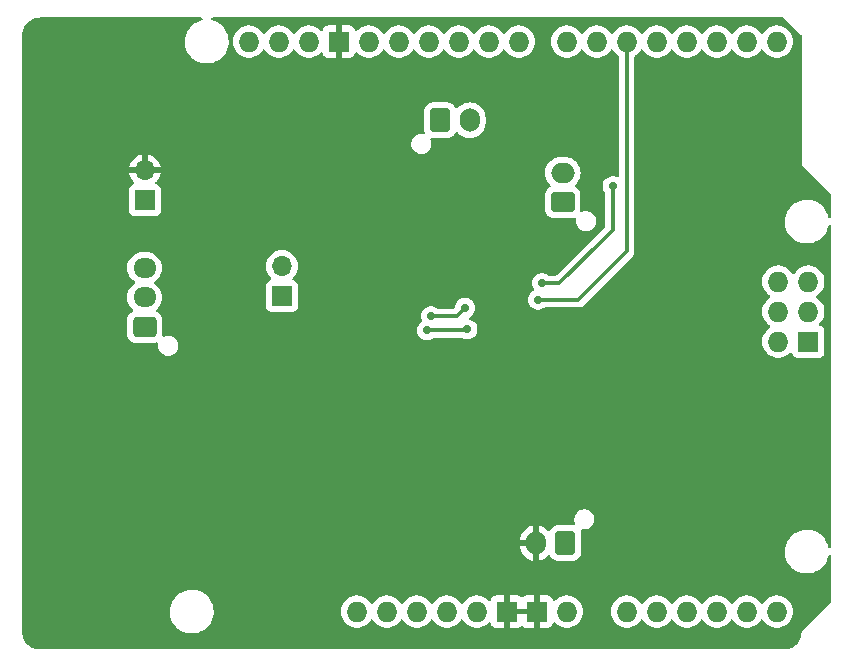
<source format=gbl>
G04 #@! TF.GenerationSoftware,KiCad,Pcbnew,7.0.8*
G04 #@! TF.CreationDate,2023-12-02T16:18:10-07:00*
G04 #@! TF.ProjectId,drs,6472732e-6b69-4636-9164-5f7063625858,v1*
G04 #@! TF.SameCoordinates,Original*
G04 #@! TF.FileFunction,Copper,L2,Bot*
G04 #@! TF.FilePolarity,Positive*
%FSLAX46Y46*%
G04 Gerber Fmt 4.6, Leading zero omitted, Abs format (unit mm)*
G04 Created by KiCad (PCBNEW 7.0.8) date 2023-12-02 16:18:10*
%MOMM*%
%LPD*%
G01*
G04 APERTURE LIST*
G04 Aperture macros list*
%AMRoundRect*
0 Rectangle with rounded corners*
0 $1 Rounding radius*
0 $2 $3 $4 $5 $6 $7 $8 $9 X,Y pos of 4 corners*
0 Add a 4 corners polygon primitive as box body*
4,1,4,$2,$3,$4,$5,$6,$7,$8,$9,$2,$3,0*
0 Add four circle primitives for the rounded corners*
1,1,$1+$1,$2,$3*
1,1,$1+$1,$4,$5*
1,1,$1+$1,$6,$7*
1,1,$1+$1,$8,$9*
0 Add four rect primitives between the rounded corners*
20,1,$1+$1,$2,$3,$4,$5,0*
20,1,$1+$1,$4,$5,$6,$7,0*
20,1,$1+$1,$6,$7,$8,$9,0*
20,1,$1+$1,$8,$9,$2,$3,0*%
G04 Aperture macros list end*
G04 #@! TA.AperFunction,ComponentPad*
%ADD10RoundRect,0.250000X0.750000X-0.600000X0.750000X0.600000X-0.750000X0.600000X-0.750000X-0.600000X0*%
G04 #@! TD*
G04 #@! TA.AperFunction,ComponentPad*
%ADD11O,2.000000X1.700000*%
G04 #@! TD*
G04 #@! TA.AperFunction,ComponentPad*
%ADD12R,1.700000X1.700000*%
G04 #@! TD*
G04 #@! TA.AperFunction,ComponentPad*
%ADD13O,1.700000X1.700000*%
G04 #@! TD*
G04 #@! TA.AperFunction,ComponentPad*
%ADD14RoundRect,0.250000X-0.600000X-0.750000X0.600000X-0.750000X0.600000X0.750000X-0.600000X0.750000X0*%
G04 #@! TD*
G04 #@! TA.AperFunction,ComponentPad*
%ADD15O,1.700000X2.000000*%
G04 #@! TD*
G04 #@! TA.AperFunction,ComponentPad*
%ADD16O,1.727200X1.727200*%
G04 #@! TD*
G04 #@! TA.AperFunction,ComponentPad*
%ADD17R,1.727200X1.727200*%
G04 #@! TD*
G04 #@! TA.AperFunction,ComponentPad*
%ADD18RoundRect,0.250000X0.725000X-0.600000X0.725000X0.600000X-0.725000X0.600000X-0.725000X-0.600000X0*%
G04 #@! TD*
G04 #@! TA.AperFunction,ComponentPad*
%ADD19O,1.950000X1.700000*%
G04 #@! TD*
G04 #@! TA.AperFunction,ComponentPad*
%ADD20RoundRect,0.250000X0.600000X0.750000X-0.600000X0.750000X-0.600000X-0.750000X0.600000X-0.750000X0*%
G04 #@! TD*
G04 #@! TA.AperFunction,ViaPad*
%ADD21C,0.700000*%
G04 #@! TD*
G04 #@! TA.AperFunction,Conductor*
%ADD22C,0.300000*%
G04 #@! TD*
G04 APERTURE END LIST*
D10*
X160275000Y-85150000D03*
D11*
X160275000Y-82650000D03*
D12*
X136500000Y-93100000D03*
D13*
X136500000Y-90560000D03*
D12*
X124900000Y-84975000D03*
D13*
X124900000Y-82435000D03*
D14*
X149900000Y-78200000D03*
D15*
X152400000Y-78200000D03*
D16*
X150460000Y-119800000D03*
X153000000Y-119800000D03*
X181067000Y-91860000D03*
X165700000Y-119800000D03*
X168240000Y-119800000D03*
X170780000Y-119800000D03*
X173320000Y-119800000D03*
X175860000Y-119800000D03*
X178400000Y-119800000D03*
X138776000Y-71540000D03*
X142840000Y-119800000D03*
X178400000Y-71540000D03*
X175860000Y-71540000D03*
X173320000Y-71540000D03*
X170780000Y-71540000D03*
X168240000Y-71540000D03*
X165700000Y-71540000D03*
X163160000Y-71540000D03*
X160620000Y-71540000D03*
X156556000Y-71540000D03*
X154016000Y-71540000D03*
X151476000Y-71540000D03*
X148936000Y-71540000D03*
X146396000Y-71540000D03*
X143856000Y-71540000D03*
D17*
X141316000Y-71540000D03*
X155540000Y-119800000D03*
X158080000Y-119800000D03*
X181067000Y-96940000D03*
D16*
X145380000Y-119800000D03*
X178527000Y-91860000D03*
X181067000Y-94400000D03*
X147920000Y-119800000D03*
X178527000Y-96940000D03*
X178527000Y-94400000D03*
X133696000Y-71540000D03*
X136236000Y-71540000D03*
X160620000Y-119800000D03*
D18*
X124875000Y-95700000D03*
D19*
X124875000Y-93200000D03*
X124875000Y-90700000D03*
D20*
X160500000Y-114000000D03*
D15*
X158000000Y-114000000D03*
D21*
X158500000Y-92000000D03*
X164500000Y-83800000D03*
X158200000Y-93400000D03*
X157000000Y-96500000D03*
X154800000Y-75200000D03*
X154300000Y-109100000D03*
X155800000Y-88800000D03*
X133800000Y-94800000D03*
X142600000Y-100000000D03*
X144200000Y-93100000D03*
X158200000Y-78300000D03*
X156000000Y-75900000D03*
X147600000Y-75000000D03*
X149100000Y-94800000D03*
X152000000Y-94100000D03*
X152200000Y-95900000D03*
X148800000Y-96000000D03*
D22*
X158500000Y-92000000D02*
X160000000Y-92000000D01*
X163500000Y-88500000D02*
X164500000Y-87500000D01*
X164500000Y-87500000D02*
X164500000Y-83800000D01*
X160000000Y-92000000D02*
X163500000Y-88500000D01*
X158200000Y-93400000D02*
X161600000Y-93400000D01*
X165700000Y-89300000D02*
X165700000Y-71540000D01*
X161600000Y-93400000D02*
X165700000Y-89300000D01*
X149100000Y-94800000D02*
X151300000Y-94800000D01*
X151300000Y-94800000D02*
X152000000Y-94100000D01*
X148800000Y-96000000D02*
X152100000Y-96000000D01*
X152100000Y-96000000D02*
X152200000Y-95900000D01*
G04 #@! TA.AperFunction,Conductor*
G36*
X157613155Y-119586799D02*
G01*
X157572000Y-119726961D01*
X157572000Y-119873039D01*
X157613155Y-120013201D01*
X157636804Y-120050000D01*
X155983196Y-120050000D01*
X156006845Y-120013201D01*
X156048000Y-119873039D01*
X156048000Y-119726961D01*
X156006845Y-119586799D01*
X155983196Y-119550000D01*
X157636804Y-119550000D01*
X157613155Y-119586799D01*
G37*
G04 #@! TD.AperFunction*
G04 #@! TA.AperFunction,Conductor*
G36*
X129724922Y-69520185D02*
G01*
X129770677Y-69572989D01*
X129780621Y-69642147D01*
X129751596Y-69705703D01*
X129692818Y-69743477D01*
X129684844Y-69745533D01*
X129605453Y-69763217D01*
X129605446Y-69763220D01*
X129352439Y-69859987D01*
X129116226Y-69992557D01*
X128901822Y-70158112D01*
X128713822Y-70353109D01*
X128713816Y-70353116D01*
X128556202Y-70573419D01*
X128556199Y-70573424D01*
X128432350Y-70814309D01*
X128432343Y-70814327D01*
X128344884Y-71070685D01*
X128344881Y-71070699D01*
X128295681Y-71337068D01*
X128295680Y-71337075D01*
X128285787Y-71607763D01*
X128315413Y-71877013D01*
X128315415Y-71877024D01*
X128383926Y-72139082D01*
X128383928Y-72139088D01*
X128489870Y-72388390D01*
X128586691Y-72547036D01*
X128630979Y-72619605D01*
X128630986Y-72619615D01*
X128804253Y-72827819D01*
X128804259Y-72827824D01*
X128888831Y-72903600D01*
X129005998Y-73008582D01*
X129231910Y-73158044D01*
X129477176Y-73273020D01*
X129477183Y-73273022D01*
X129477185Y-73273023D01*
X129736557Y-73351057D01*
X129736564Y-73351058D01*
X129736569Y-73351060D01*
X130004561Y-73390500D01*
X130004566Y-73390500D01*
X130207636Y-73390500D01*
X130259133Y-73386730D01*
X130410156Y-73375677D01*
X130522758Y-73350593D01*
X130674546Y-73316782D01*
X130674548Y-73316781D01*
X130674553Y-73316780D01*
X130927558Y-73220014D01*
X131163777Y-73087441D01*
X131378177Y-72921888D01*
X131566186Y-72726881D01*
X131723799Y-72506579D01*
X131797787Y-72362669D01*
X131847649Y-72265690D01*
X131847651Y-72265684D01*
X131847656Y-72265675D01*
X131935118Y-72009305D01*
X131984319Y-71742933D01*
X131991735Y-71540006D01*
X132327225Y-71540006D01*
X132345892Y-71765289D01*
X132401388Y-71984439D01*
X132492198Y-72191466D01*
X132615842Y-72380716D01*
X132615850Y-72380727D01*
X132768950Y-72547036D01*
X132768954Y-72547040D01*
X132947351Y-72685893D01*
X133146169Y-72793488D01*
X133146172Y-72793489D01*
X133359982Y-72866890D01*
X133359984Y-72866890D01*
X133359986Y-72866891D01*
X133582967Y-72904100D01*
X133582968Y-72904100D01*
X133809032Y-72904100D01*
X133809033Y-72904100D01*
X134032014Y-72866891D01*
X134245831Y-72793488D01*
X134444649Y-72685893D01*
X134623046Y-72547040D01*
X134722832Y-72438643D01*
X134776149Y-72380727D01*
X134776149Y-72380726D01*
X134776156Y-72380719D01*
X134862193Y-72249028D01*
X134915338Y-72203675D01*
X134984569Y-72194251D01*
X135047905Y-72223753D01*
X135069804Y-72249025D01*
X135155844Y-72380719D01*
X135155849Y-72380724D01*
X135155850Y-72380727D01*
X135308950Y-72547036D01*
X135308954Y-72547040D01*
X135487351Y-72685893D01*
X135686169Y-72793488D01*
X135686172Y-72793489D01*
X135899982Y-72866890D01*
X135899984Y-72866890D01*
X135899986Y-72866891D01*
X136122967Y-72904100D01*
X136122968Y-72904100D01*
X136349032Y-72904100D01*
X136349033Y-72904100D01*
X136572014Y-72866891D01*
X136785831Y-72793488D01*
X136984649Y-72685893D01*
X137163046Y-72547040D01*
X137262832Y-72438643D01*
X137316149Y-72380727D01*
X137316149Y-72380726D01*
X137316156Y-72380719D01*
X137402193Y-72249028D01*
X137455338Y-72203675D01*
X137524569Y-72194251D01*
X137587905Y-72223753D01*
X137609804Y-72249025D01*
X137695844Y-72380719D01*
X137695849Y-72380724D01*
X137695850Y-72380727D01*
X137848950Y-72547036D01*
X137848954Y-72547040D01*
X138027351Y-72685893D01*
X138226169Y-72793488D01*
X138226172Y-72793489D01*
X138439982Y-72866890D01*
X138439984Y-72866890D01*
X138439986Y-72866891D01*
X138662967Y-72904100D01*
X138662968Y-72904100D01*
X138889032Y-72904100D01*
X138889033Y-72904100D01*
X139112014Y-72866891D01*
X139325831Y-72793488D01*
X139524649Y-72685893D01*
X139703046Y-72547040D01*
X139757815Y-72487545D01*
X139817699Y-72451557D01*
X139887537Y-72453657D01*
X139945153Y-72493180D01*
X139965224Y-72528196D01*
X140009046Y-72645688D01*
X140009049Y-72645693D01*
X140095209Y-72760787D01*
X140095212Y-72760790D01*
X140210306Y-72846950D01*
X140210313Y-72846954D01*
X140345020Y-72897196D01*
X140345027Y-72897198D01*
X140404555Y-72903599D01*
X140404572Y-72903600D01*
X141066000Y-72903600D01*
X141066000Y-71984297D01*
X141171408Y-72032435D01*
X141279666Y-72048000D01*
X141352334Y-72048000D01*
X141460592Y-72032435D01*
X141566000Y-71984297D01*
X141566000Y-72903600D01*
X142227428Y-72903600D01*
X142227444Y-72903599D01*
X142286972Y-72897198D01*
X142286979Y-72897196D01*
X142421686Y-72846954D01*
X142421693Y-72846950D01*
X142536787Y-72760790D01*
X142536790Y-72760787D01*
X142622950Y-72645693D01*
X142622954Y-72645686D01*
X142666775Y-72528197D01*
X142708646Y-72472263D01*
X142774110Y-72447846D01*
X142842383Y-72462698D01*
X142874186Y-72487547D01*
X142928950Y-72547036D01*
X142928954Y-72547040D01*
X143107351Y-72685893D01*
X143306169Y-72793488D01*
X143306172Y-72793489D01*
X143519982Y-72866890D01*
X143519984Y-72866890D01*
X143519986Y-72866891D01*
X143742967Y-72904100D01*
X143742968Y-72904100D01*
X143969032Y-72904100D01*
X143969033Y-72904100D01*
X144192014Y-72866891D01*
X144405831Y-72793488D01*
X144604649Y-72685893D01*
X144783046Y-72547040D01*
X144882832Y-72438643D01*
X144936149Y-72380727D01*
X144936149Y-72380726D01*
X144936156Y-72380719D01*
X145022193Y-72249028D01*
X145075338Y-72203675D01*
X145144569Y-72194251D01*
X145207905Y-72223753D01*
X145229804Y-72249025D01*
X145315844Y-72380719D01*
X145315849Y-72380724D01*
X145315850Y-72380727D01*
X145468950Y-72547036D01*
X145468954Y-72547040D01*
X145647351Y-72685893D01*
X145846169Y-72793488D01*
X145846172Y-72793489D01*
X146059982Y-72866890D01*
X146059984Y-72866890D01*
X146059986Y-72866891D01*
X146282967Y-72904100D01*
X146282968Y-72904100D01*
X146509032Y-72904100D01*
X146509033Y-72904100D01*
X146732014Y-72866891D01*
X146945831Y-72793488D01*
X147144649Y-72685893D01*
X147323046Y-72547040D01*
X147422832Y-72438643D01*
X147476149Y-72380727D01*
X147476149Y-72380726D01*
X147476156Y-72380719D01*
X147562193Y-72249028D01*
X147615338Y-72203675D01*
X147684569Y-72194251D01*
X147747905Y-72223753D01*
X147769804Y-72249025D01*
X147855844Y-72380719D01*
X147855849Y-72380724D01*
X147855850Y-72380727D01*
X148008950Y-72547036D01*
X148008954Y-72547040D01*
X148187351Y-72685893D01*
X148386169Y-72793488D01*
X148386172Y-72793489D01*
X148599982Y-72866890D01*
X148599984Y-72866890D01*
X148599986Y-72866891D01*
X148822967Y-72904100D01*
X148822968Y-72904100D01*
X149049032Y-72904100D01*
X149049033Y-72904100D01*
X149272014Y-72866891D01*
X149485831Y-72793488D01*
X149684649Y-72685893D01*
X149863046Y-72547040D01*
X149962832Y-72438643D01*
X150016149Y-72380727D01*
X150016149Y-72380726D01*
X150016156Y-72380719D01*
X150102193Y-72249028D01*
X150155338Y-72203675D01*
X150224569Y-72194251D01*
X150287905Y-72223753D01*
X150309804Y-72249025D01*
X150395844Y-72380719D01*
X150395849Y-72380724D01*
X150395850Y-72380727D01*
X150548950Y-72547036D01*
X150548954Y-72547040D01*
X150727351Y-72685893D01*
X150926169Y-72793488D01*
X150926172Y-72793489D01*
X151139982Y-72866890D01*
X151139984Y-72866890D01*
X151139986Y-72866891D01*
X151362967Y-72904100D01*
X151362968Y-72904100D01*
X151589032Y-72904100D01*
X151589033Y-72904100D01*
X151812014Y-72866891D01*
X152025831Y-72793488D01*
X152224649Y-72685893D01*
X152403046Y-72547040D01*
X152502832Y-72438643D01*
X152556149Y-72380727D01*
X152556149Y-72380726D01*
X152556156Y-72380719D01*
X152642193Y-72249028D01*
X152695338Y-72203675D01*
X152764569Y-72194251D01*
X152827905Y-72223753D01*
X152849804Y-72249025D01*
X152935844Y-72380719D01*
X152935849Y-72380724D01*
X152935850Y-72380727D01*
X153088950Y-72547036D01*
X153088954Y-72547040D01*
X153267351Y-72685893D01*
X153466169Y-72793488D01*
X153466172Y-72793489D01*
X153679982Y-72866890D01*
X153679984Y-72866890D01*
X153679986Y-72866891D01*
X153902967Y-72904100D01*
X153902968Y-72904100D01*
X154129032Y-72904100D01*
X154129033Y-72904100D01*
X154352014Y-72866891D01*
X154565831Y-72793488D01*
X154764649Y-72685893D01*
X154943046Y-72547040D01*
X155042832Y-72438643D01*
X155096149Y-72380727D01*
X155096149Y-72380726D01*
X155096156Y-72380719D01*
X155182193Y-72249028D01*
X155235338Y-72203675D01*
X155304569Y-72194251D01*
X155367905Y-72223753D01*
X155389804Y-72249025D01*
X155475844Y-72380719D01*
X155475849Y-72380724D01*
X155475850Y-72380727D01*
X155628950Y-72547036D01*
X155628954Y-72547040D01*
X155807351Y-72685893D01*
X156006169Y-72793488D01*
X156006172Y-72793489D01*
X156219982Y-72866890D01*
X156219984Y-72866890D01*
X156219986Y-72866891D01*
X156442967Y-72904100D01*
X156442968Y-72904100D01*
X156669032Y-72904100D01*
X156669033Y-72904100D01*
X156892014Y-72866891D01*
X157105831Y-72793488D01*
X157304649Y-72685893D01*
X157483046Y-72547040D01*
X157582832Y-72438643D01*
X157636149Y-72380727D01*
X157636151Y-72380724D01*
X157636156Y-72380719D01*
X157759802Y-72191465D01*
X157850611Y-71984441D01*
X157906107Y-71765293D01*
X157924775Y-71540000D01*
X157924775Y-71539993D01*
X157906107Y-71314710D01*
X157906107Y-71314707D01*
X157850611Y-71095559D01*
X157759802Y-70888535D01*
X157636156Y-70699281D01*
X157636153Y-70699278D01*
X157636149Y-70699272D01*
X157483049Y-70532963D01*
X157483048Y-70532962D01*
X157483046Y-70532960D01*
X157304649Y-70394107D01*
X157228910Y-70353119D01*
X157105832Y-70286512D01*
X157105827Y-70286510D01*
X156892017Y-70213109D01*
X156710388Y-70182801D01*
X156669033Y-70175900D01*
X156442967Y-70175900D01*
X156401612Y-70182801D01*
X156219982Y-70213109D01*
X156006172Y-70286510D01*
X156006167Y-70286512D01*
X155807352Y-70394106D01*
X155628955Y-70532959D01*
X155628950Y-70532963D01*
X155475850Y-70699272D01*
X155475842Y-70699283D01*
X155389808Y-70830968D01*
X155336662Y-70876325D01*
X155267430Y-70885748D01*
X155204095Y-70856246D01*
X155182192Y-70830968D01*
X155096157Y-70699283D01*
X155096149Y-70699272D01*
X154943049Y-70532963D01*
X154943048Y-70532962D01*
X154943046Y-70532960D01*
X154764649Y-70394107D01*
X154688910Y-70353119D01*
X154565832Y-70286512D01*
X154565827Y-70286510D01*
X154352017Y-70213109D01*
X154170388Y-70182801D01*
X154129033Y-70175900D01*
X153902967Y-70175900D01*
X153861612Y-70182801D01*
X153679982Y-70213109D01*
X153466172Y-70286510D01*
X153466167Y-70286512D01*
X153267352Y-70394106D01*
X153088955Y-70532959D01*
X153088950Y-70532963D01*
X152935850Y-70699272D01*
X152935842Y-70699283D01*
X152849808Y-70830968D01*
X152796662Y-70876325D01*
X152727430Y-70885748D01*
X152664095Y-70856246D01*
X152642192Y-70830968D01*
X152556157Y-70699283D01*
X152556149Y-70699272D01*
X152403049Y-70532963D01*
X152403048Y-70532962D01*
X152403046Y-70532960D01*
X152224649Y-70394107D01*
X152148910Y-70353119D01*
X152025832Y-70286512D01*
X152025827Y-70286510D01*
X151812017Y-70213109D01*
X151630388Y-70182801D01*
X151589033Y-70175900D01*
X151362967Y-70175900D01*
X151321612Y-70182801D01*
X151139982Y-70213109D01*
X150926172Y-70286510D01*
X150926167Y-70286512D01*
X150727352Y-70394106D01*
X150548955Y-70532959D01*
X150548950Y-70532963D01*
X150395850Y-70699272D01*
X150395842Y-70699283D01*
X150309808Y-70830968D01*
X150256662Y-70876325D01*
X150187430Y-70885748D01*
X150124095Y-70856246D01*
X150102192Y-70830968D01*
X150016157Y-70699283D01*
X150016149Y-70699272D01*
X149863049Y-70532963D01*
X149863048Y-70532962D01*
X149863046Y-70532960D01*
X149684649Y-70394107D01*
X149608910Y-70353119D01*
X149485832Y-70286512D01*
X149485827Y-70286510D01*
X149272017Y-70213109D01*
X149090388Y-70182801D01*
X149049033Y-70175900D01*
X148822967Y-70175900D01*
X148781612Y-70182801D01*
X148599982Y-70213109D01*
X148386172Y-70286510D01*
X148386167Y-70286512D01*
X148187352Y-70394106D01*
X148008955Y-70532959D01*
X148008950Y-70532963D01*
X147855850Y-70699272D01*
X147855842Y-70699283D01*
X147769808Y-70830968D01*
X147716662Y-70876325D01*
X147647430Y-70885748D01*
X147584095Y-70856246D01*
X147562192Y-70830968D01*
X147476157Y-70699283D01*
X147476149Y-70699272D01*
X147323049Y-70532963D01*
X147323048Y-70532962D01*
X147323046Y-70532960D01*
X147144649Y-70394107D01*
X147068910Y-70353119D01*
X146945832Y-70286512D01*
X146945827Y-70286510D01*
X146732017Y-70213109D01*
X146550388Y-70182801D01*
X146509033Y-70175900D01*
X146282967Y-70175900D01*
X146241612Y-70182801D01*
X146059982Y-70213109D01*
X145846172Y-70286510D01*
X145846167Y-70286512D01*
X145647352Y-70394106D01*
X145468955Y-70532959D01*
X145468950Y-70532963D01*
X145315850Y-70699272D01*
X145315842Y-70699283D01*
X145229808Y-70830968D01*
X145176662Y-70876325D01*
X145107430Y-70885748D01*
X145044095Y-70856246D01*
X145022192Y-70830968D01*
X144936157Y-70699283D01*
X144936149Y-70699272D01*
X144783049Y-70532963D01*
X144783048Y-70532962D01*
X144783046Y-70532960D01*
X144604649Y-70394107D01*
X144528910Y-70353119D01*
X144405832Y-70286512D01*
X144405827Y-70286510D01*
X144192017Y-70213109D01*
X144010388Y-70182801D01*
X143969033Y-70175900D01*
X143742967Y-70175900D01*
X143701612Y-70182801D01*
X143519982Y-70213109D01*
X143306172Y-70286510D01*
X143306167Y-70286512D01*
X143107352Y-70394106D01*
X142928955Y-70532958D01*
X142874186Y-70592453D01*
X142814298Y-70628443D01*
X142744460Y-70626342D01*
X142686845Y-70586817D01*
X142666775Y-70551802D01*
X142622954Y-70434313D01*
X142622950Y-70434306D01*
X142536790Y-70319212D01*
X142536787Y-70319209D01*
X142421693Y-70233049D01*
X142421686Y-70233045D01*
X142286979Y-70182803D01*
X142286972Y-70182801D01*
X142227444Y-70176400D01*
X141566000Y-70176400D01*
X141566000Y-71095702D01*
X141460592Y-71047565D01*
X141352334Y-71032000D01*
X141279666Y-71032000D01*
X141171408Y-71047565D01*
X141066000Y-71095702D01*
X141066000Y-70176400D01*
X140404555Y-70176400D01*
X140345027Y-70182801D01*
X140345020Y-70182803D01*
X140210313Y-70233045D01*
X140210306Y-70233049D01*
X140095212Y-70319209D01*
X140095209Y-70319212D01*
X140009049Y-70434306D01*
X140009046Y-70434312D01*
X139965224Y-70551803D01*
X139923352Y-70607736D01*
X139857887Y-70632153D01*
X139789615Y-70617301D01*
X139757813Y-70592452D01*
X139703049Y-70532963D01*
X139703048Y-70532962D01*
X139703046Y-70532960D01*
X139524649Y-70394107D01*
X139448910Y-70353119D01*
X139325832Y-70286512D01*
X139325827Y-70286510D01*
X139112017Y-70213109D01*
X138930388Y-70182801D01*
X138889033Y-70175900D01*
X138662967Y-70175900D01*
X138621612Y-70182801D01*
X138439982Y-70213109D01*
X138226172Y-70286510D01*
X138226167Y-70286512D01*
X138027352Y-70394106D01*
X137848955Y-70532959D01*
X137848950Y-70532963D01*
X137695850Y-70699272D01*
X137695842Y-70699283D01*
X137609808Y-70830968D01*
X137556662Y-70876325D01*
X137487430Y-70885748D01*
X137424095Y-70856246D01*
X137402192Y-70830968D01*
X137316157Y-70699283D01*
X137316149Y-70699272D01*
X137163049Y-70532963D01*
X137163048Y-70532962D01*
X137163046Y-70532960D01*
X136984649Y-70394107D01*
X136908910Y-70353119D01*
X136785832Y-70286512D01*
X136785827Y-70286510D01*
X136572017Y-70213109D01*
X136390388Y-70182801D01*
X136349033Y-70175900D01*
X136122967Y-70175900D01*
X136081612Y-70182801D01*
X135899982Y-70213109D01*
X135686172Y-70286510D01*
X135686167Y-70286512D01*
X135487352Y-70394106D01*
X135308955Y-70532959D01*
X135308950Y-70532963D01*
X135155850Y-70699272D01*
X135155842Y-70699283D01*
X135069808Y-70830968D01*
X135016662Y-70876325D01*
X134947430Y-70885748D01*
X134884095Y-70856246D01*
X134862192Y-70830968D01*
X134776157Y-70699283D01*
X134776149Y-70699272D01*
X134623049Y-70532963D01*
X134623048Y-70532962D01*
X134623046Y-70532960D01*
X134444649Y-70394107D01*
X134368910Y-70353119D01*
X134245832Y-70286512D01*
X134245827Y-70286510D01*
X134032017Y-70213109D01*
X133850388Y-70182801D01*
X133809033Y-70175900D01*
X133582967Y-70175900D01*
X133541612Y-70182801D01*
X133359982Y-70213109D01*
X133146172Y-70286510D01*
X133146167Y-70286512D01*
X132947352Y-70394106D01*
X132768955Y-70532959D01*
X132768950Y-70532963D01*
X132615850Y-70699272D01*
X132615842Y-70699283D01*
X132492198Y-70888533D01*
X132401388Y-71095560D01*
X132345892Y-71314710D01*
X132327225Y-71539993D01*
X132327225Y-71540006D01*
X131991735Y-71540006D01*
X131994212Y-71472235D01*
X131964586Y-71202982D01*
X131896072Y-70940912D01*
X131790130Y-70691610D01*
X131649018Y-70460390D01*
X131593857Y-70394107D01*
X131475746Y-70252180D01*
X131475740Y-70252175D01*
X131274002Y-70071418D01*
X131048092Y-69921957D01*
X131012566Y-69905303D01*
X130802824Y-69806980D01*
X130802819Y-69806978D01*
X130802814Y-69806976D01*
X130590971Y-69743242D01*
X130532445Y-69705078D01*
X130503843Y-69641331D01*
X130514245Y-69572240D01*
X130560350Y-69519742D01*
X130626695Y-69500500D01*
X178948430Y-69500500D01*
X179015469Y-69520185D01*
X179036111Y-69536819D01*
X180463181Y-70963888D01*
X180496666Y-71025211D01*
X180499500Y-71051569D01*
X180499500Y-81975368D01*
X180499419Y-81975774D01*
X180499457Y-81999999D01*
X180499576Y-82000284D01*
X180499616Y-82000382D01*
X180510881Y-82011589D01*
X181796628Y-83297335D01*
X182963181Y-84463888D01*
X182996666Y-84525211D01*
X182999500Y-84551569D01*
X182999500Y-86376987D01*
X182979815Y-86444026D01*
X182927011Y-86489781D01*
X182857853Y-86499725D01*
X182794297Y-86470700D01*
X182756523Y-86411922D01*
X182755532Y-86408351D01*
X182747332Y-86376987D01*
X182705940Y-86218656D01*
X182696073Y-86180915D01*
X182696072Y-86180912D01*
X182590130Y-85931610D01*
X182449018Y-85700390D01*
X182359747Y-85593119D01*
X182275746Y-85492180D01*
X182275740Y-85492175D01*
X182074002Y-85311418D01*
X181848092Y-85161957D01*
X181848090Y-85161956D01*
X181602824Y-85046980D01*
X181602819Y-85046978D01*
X181602814Y-85046976D01*
X181343442Y-84968942D01*
X181343428Y-84968939D01*
X181227791Y-84951921D01*
X181075439Y-84929500D01*
X180872369Y-84929500D01*
X180872364Y-84929500D01*
X180669844Y-84944323D01*
X180669831Y-84944325D01*
X180405453Y-85003217D01*
X180405446Y-85003220D01*
X180152439Y-85099987D01*
X179916226Y-85232557D01*
X179701822Y-85398112D01*
X179513822Y-85593109D01*
X179513816Y-85593116D01*
X179356202Y-85813419D01*
X179356199Y-85813424D01*
X179232350Y-86054309D01*
X179232343Y-86054327D01*
X179144884Y-86310685D01*
X179144881Y-86310699D01*
X179095681Y-86577068D01*
X179095680Y-86577075D01*
X179085787Y-86847763D01*
X179115413Y-87117013D01*
X179115415Y-87117024D01*
X179183926Y-87379082D01*
X179183928Y-87379088D01*
X179289870Y-87628390D01*
X179361998Y-87746575D01*
X179430979Y-87859605D01*
X179430986Y-87859615D01*
X179604253Y-88067819D01*
X179604259Y-88067824D01*
X179765649Y-88212429D01*
X179805998Y-88248582D01*
X180031910Y-88398044D01*
X180277176Y-88513020D01*
X180277183Y-88513022D01*
X180277185Y-88513023D01*
X180536557Y-88591057D01*
X180536564Y-88591058D01*
X180536569Y-88591060D01*
X180804561Y-88630500D01*
X180804566Y-88630500D01*
X181007636Y-88630500D01*
X181059133Y-88626730D01*
X181210156Y-88615677D01*
X181322758Y-88590593D01*
X181474546Y-88556782D01*
X181474548Y-88556781D01*
X181474553Y-88556780D01*
X181727558Y-88460014D01*
X181963777Y-88327441D01*
X182178177Y-88161888D01*
X182366186Y-87966881D01*
X182523799Y-87746579D01*
X182619349Y-87560733D01*
X182647649Y-87505690D01*
X182647651Y-87505684D01*
X182647656Y-87505675D01*
X182735118Y-87249305D01*
X182753563Y-87149443D01*
X182785096Y-87087095D01*
X182845333Y-87051693D01*
X182915147Y-87054476D01*
X182972373Y-87094562D01*
X182998843Y-87159224D01*
X182999500Y-87171967D01*
X182999500Y-114316987D01*
X182979815Y-114384026D01*
X182927011Y-114429781D01*
X182857853Y-114439725D01*
X182794297Y-114410700D01*
X182756523Y-114351922D01*
X182755532Y-114348351D01*
X182747332Y-114316987D01*
X182696072Y-114120912D01*
X182590130Y-113871610D01*
X182449018Y-113640390D01*
X182447845Y-113638981D01*
X182275746Y-113432180D01*
X182275740Y-113432175D01*
X182074002Y-113251418D01*
X181848092Y-113101957D01*
X181837951Y-113097203D01*
X181602824Y-112986980D01*
X181602819Y-112986978D01*
X181602814Y-112986976D01*
X181343442Y-112908942D01*
X181343428Y-112908939D01*
X181227791Y-112891921D01*
X181075439Y-112869500D01*
X180872369Y-112869500D01*
X180872364Y-112869500D01*
X180669844Y-112884323D01*
X180669831Y-112884325D01*
X180405453Y-112943217D01*
X180405446Y-112943220D01*
X180152439Y-113039987D01*
X179916226Y-113172557D01*
X179701822Y-113338112D01*
X179513822Y-113533109D01*
X179513816Y-113533116D01*
X179356202Y-113753419D01*
X179356199Y-113753424D01*
X179232350Y-113994309D01*
X179232343Y-113994327D01*
X179144884Y-114250685D01*
X179144881Y-114250699D01*
X179120448Y-114382982D01*
X179098834Y-114500000D01*
X179095681Y-114517068D01*
X179095680Y-114517075D01*
X179085787Y-114787763D01*
X179115413Y-115057013D01*
X179115415Y-115057024D01*
X179183926Y-115319082D01*
X179183928Y-115319088D01*
X179289870Y-115568390D01*
X179361998Y-115686575D01*
X179430979Y-115799605D01*
X179430986Y-115799615D01*
X179604253Y-116007819D01*
X179604259Y-116007824D01*
X179805998Y-116188582D01*
X180031910Y-116338044D01*
X180277176Y-116453020D01*
X180277183Y-116453022D01*
X180277185Y-116453023D01*
X180536557Y-116531057D01*
X180536564Y-116531058D01*
X180536569Y-116531060D01*
X180804561Y-116570500D01*
X180804566Y-116570500D01*
X181007636Y-116570500D01*
X181059133Y-116566730D01*
X181210156Y-116555677D01*
X181322758Y-116530593D01*
X181474546Y-116496782D01*
X181474548Y-116496781D01*
X181474553Y-116496780D01*
X181727558Y-116400014D01*
X181963777Y-116267441D01*
X182178177Y-116101888D01*
X182366186Y-115906881D01*
X182523799Y-115686579D01*
X182624868Y-115489998D01*
X182647649Y-115445690D01*
X182647651Y-115445684D01*
X182647656Y-115445675D01*
X182735118Y-115189305D01*
X182753563Y-115089443D01*
X182785096Y-115027095D01*
X182845333Y-114991693D01*
X182915147Y-114994476D01*
X182972373Y-115034562D01*
X182998843Y-115099224D01*
X182999500Y-115111967D01*
X182999500Y-118948430D01*
X182979815Y-119015469D01*
X182963181Y-119036111D01*
X180536111Y-121463181D01*
X180535467Y-121463532D01*
X180499418Y-121499581D01*
X180499302Y-121502742D01*
X180494510Y-121569747D01*
X180482950Y-121716631D01*
X180481723Y-121724955D01*
X180461101Y-121819755D01*
X180433140Y-121936217D01*
X180430942Y-121943416D01*
X180395016Y-122039739D01*
X180351059Y-122145857D01*
X180348193Y-122151847D01*
X180298463Y-122242922D01*
X180296910Y-122245605D01*
X180238521Y-122340887D01*
X180235289Y-122345649D01*
X180172576Y-122429424D01*
X180170087Y-122432536D01*
X180098001Y-122516937D01*
X180094695Y-122520513D01*
X180020513Y-122594695D01*
X180016937Y-122598001D01*
X179932536Y-122670087D01*
X179929424Y-122672576D01*
X179845649Y-122735289D01*
X179840887Y-122738521D01*
X179745605Y-122796910D01*
X179742922Y-122798463D01*
X179651847Y-122848193D01*
X179645857Y-122851059D01*
X179539739Y-122895016D01*
X179443416Y-122930942D01*
X179436217Y-122933140D01*
X179319755Y-122961101D01*
X179224955Y-122981723D01*
X179216632Y-122982950D01*
X179069668Y-122994517D01*
X179021555Y-122997958D01*
X179002208Y-122999342D01*
X178997786Y-122999500D01*
X116002214Y-122999500D01*
X115997791Y-122999342D01*
X115969525Y-122997320D01*
X115930331Y-122994517D01*
X115783366Y-122982950D01*
X115775043Y-122981723D01*
X115680244Y-122961101D01*
X115563781Y-122933140D01*
X115556582Y-122930942D01*
X115460260Y-122895016D01*
X115354141Y-122851059D01*
X115348151Y-122848193D01*
X115257076Y-122798463D01*
X115254393Y-122796910D01*
X115159106Y-122738517D01*
X115154349Y-122735289D01*
X115070574Y-122672576D01*
X115067471Y-122670094D01*
X114983061Y-122598001D01*
X114979485Y-122594695D01*
X114905303Y-122520513D01*
X114901997Y-122516937D01*
X114829898Y-122432520D01*
X114827435Y-122429440D01*
X114764705Y-122345643D01*
X114761488Y-122340903D01*
X114703073Y-122245580D01*
X114701535Y-122242922D01*
X114651805Y-122151847D01*
X114648939Y-122145856D01*
X114637368Y-122117922D01*
X114604983Y-122039737D01*
X114569051Y-121943401D01*
X114566860Y-121936225D01*
X114538899Y-121819760D01*
X114518274Y-121724947D01*
X114517049Y-121716644D01*
X114505488Y-121569747D01*
X114500657Y-121502207D01*
X114500500Y-121497787D01*
X114500500Y-119867763D01*
X127015787Y-119867763D01*
X127045413Y-120137013D01*
X127045415Y-120137024D01*
X127113926Y-120399082D01*
X127113928Y-120399088D01*
X127219870Y-120648390D01*
X127316691Y-120807036D01*
X127360979Y-120879605D01*
X127360986Y-120879615D01*
X127534253Y-121087819D01*
X127534259Y-121087824D01*
X127618831Y-121163600D01*
X127735998Y-121268582D01*
X127961910Y-121418044D01*
X128207176Y-121533020D01*
X128207183Y-121533022D01*
X128207185Y-121533023D01*
X128466557Y-121611057D01*
X128466564Y-121611058D01*
X128466569Y-121611060D01*
X128734561Y-121650500D01*
X128734566Y-121650500D01*
X128937636Y-121650500D01*
X128989133Y-121646730D01*
X129140156Y-121635677D01*
X129267464Y-121607318D01*
X129404546Y-121576782D01*
X129404548Y-121576781D01*
X129404553Y-121576780D01*
X129657558Y-121480014D01*
X129893777Y-121347441D01*
X130108177Y-121181888D01*
X130296186Y-120986881D01*
X130453799Y-120766579D01*
X130527787Y-120622669D01*
X130577649Y-120525690D01*
X130577651Y-120525684D01*
X130577656Y-120525675D01*
X130665118Y-120269305D01*
X130714319Y-120002933D01*
X130721735Y-119800006D01*
X141471225Y-119800006D01*
X141489892Y-120025289D01*
X141545388Y-120244439D01*
X141636198Y-120451466D01*
X141759842Y-120640716D01*
X141759850Y-120640727D01*
X141912950Y-120807036D01*
X141912954Y-120807040D01*
X142091351Y-120945893D01*
X142290169Y-121053488D01*
X142290172Y-121053489D01*
X142503982Y-121126890D01*
X142503984Y-121126890D01*
X142503986Y-121126891D01*
X142726967Y-121164100D01*
X142726968Y-121164100D01*
X142953032Y-121164100D01*
X142953033Y-121164100D01*
X143176014Y-121126891D01*
X143389831Y-121053488D01*
X143588649Y-120945893D01*
X143767046Y-120807040D01*
X143866832Y-120698643D01*
X143920149Y-120640727D01*
X143920149Y-120640726D01*
X143920156Y-120640719D01*
X144006193Y-120509028D01*
X144059338Y-120463675D01*
X144128569Y-120454251D01*
X144191905Y-120483753D01*
X144213804Y-120509025D01*
X144299844Y-120640719D01*
X144299849Y-120640724D01*
X144299850Y-120640727D01*
X144452950Y-120807036D01*
X144452954Y-120807040D01*
X144631351Y-120945893D01*
X144830169Y-121053488D01*
X144830172Y-121053489D01*
X145043982Y-121126890D01*
X145043984Y-121126890D01*
X145043986Y-121126891D01*
X145266967Y-121164100D01*
X145266968Y-121164100D01*
X145493032Y-121164100D01*
X145493033Y-121164100D01*
X145716014Y-121126891D01*
X145929831Y-121053488D01*
X146128649Y-120945893D01*
X146307046Y-120807040D01*
X146406832Y-120698643D01*
X146460149Y-120640727D01*
X146460149Y-120640726D01*
X146460156Y-120640719D01*
X146546193Y-120509028D01*
X146599338Y-120463675D01*
X146668569Y-120454251D01*
X146731905Y-120483753D01*
X146753804Y-120509025D01*
X146839844Y-120640719D01*
X146839849Y-120640724D01*
X146839850Y-120640727D01*
X146992950Y-120807036D01*
X146992954Y-120807040D01*
X147171351Y-120945893D01*
X147370169Y-121053488D01*
X147370172Y-121053489D01*
X147583982Y-121126890D01*
X147583984Y-121126890D01*
X147583986Y-121126891D01*
X147806967Y-121164100D01*
X147806968Y-121164100D01*
X148033032Y-121164100D01*
X148033033Y-121164100D01*
X148256014Y-121126891D01*
X148469831Y-121053488D01*
X148668649Y-120945893D01*
X148847046Y-120807040D01*
X148946832Y-120698643D01*
X149000149Y-120640727D01*
X149000149Y-120640726D01*
X149000156Y-120640719D01*
X149086193Y-120509028D01*
X149139338Y-120463675D01*
X149208569Y-120454251D01*
X149271905Y-120483753D01*
X149293804Y-120509025D01*
X149379844Y-120640719D01*
X149379849Y-120640724D01*
X149379850Y-120640727D01*
X149532950Y-120807036D01*
X149532954Y-120807040D01*
X149711351Y-120945893D01*
X149910169Y-121053488D01*
X149910172Y-121053489D01*
X150123982Y-121126890D01*
X150123984Y-121126890D01*
X150123986Y-121126891D01*
X150346967Y-121164100D01*
X150346968Y-121164100D01*
X150573032Y-121164100D01*
X150573033Y-121164100D01*
X150796014Y-121126891D01*
X151009831Y-121053488D01*
X151208649Y-120945893D01*
X151387046Y-120807040D01*
X151486832Y-120698643D01*
X151540149Y-120640727D01*
X151540149Y-120640726D01*
X151540156Y-120640719D01*
X151626193Y-120509028D01*
X151679338Y-120463675D01*
X151748569Y-120454251D01*
X151811905Y-120483753D01*
X151833804Y-120509025D01*
X151919844Y-120640719D01*
X151919849Y-120640724D01*
X151919850Y-120640727D01*
X152072950Y-120807036D01*
X152072954Y-120807040D01*
X152251351Y-120945893D01*
X152450169Y-121053488D01*
X152450172Y-121053489D01*
X152663982Y-121126890D01*
X152663984Y-121126890D01*
X152663986Y-121126891D01*
X152886967Y-121164100D01*
X152886968Y-121164100D01*
X153113032Y-121164100D01*
X153113033Y-121164100D01*
X153336014Y-121126891D01*
X153549831Y-121053488D01*
X153748649Y-120945893D01*
X153927046Y-120807040D01*
X153981815Y-120747545D01*
X154041699Y-120711557D01*
X154111537Y-120713657D01*
X154169153Y-120753180D01*
X154189224Y-120788196D01*
X154233046Y-120905688D01*
X154233049Y-120905693D01*
X154319209Y-121020787D01*
X154319212Y-121020790D01*
X154434306Y-121106950D01*
X154434313Y-121106954D01*
X154569020Y-121157196D01*
X154569027Y-121157198D01*
X154628555Y-121163599D01*
X154628572Y-121163600D01*
X155290000Y-121163600D01*
X155290000Y-120244297D01*
X155395408Y-120292435D01*
X155503666Y-120308000D01*
X155576334Y-120308000D01*
X155684592Y-120292435D01*
X155790000Y-120244297D01*
X155790000Y-121163600D01*
X156451428Y-121163600D01*
X156451444Y-121163599D01*
X156510972Y-121157198D01*
X156510979Y-121157196D01*
X156645686Y-121106954D01*
X156645689Y-121106952D01*
X156735688Y-121039579D01*
X156801152Y-121015161D01*
X156869426Y-121030012D01*
X156884312Y-121039579D01*
X156974310Y-121106952D01*
X156974313Y-121106954D01*
X157109020Y-121157196D01*
X157109027Y-121157198D01*
X157168555Y-121163599D01*
X157168572Y-121163600D01*
X157830000Y-121163600D01*
X157830000Y-120244297D01*
X157935408Y-120292435D01*
X158043666Y-120308000D01*
X158116334Y-120308000D01*
X158224592Y-120292435D01*
X158330000Y-120244297D01*
X158330000Y-121163600D01*
X158991428Y-121163600D01*
X158991444Y-121163599D01*
X159050972Y-121157198D01*
X159050979Y-121157196D01*
X159185686Y-121106954D01*
X159185693Y-121106950D01*
X159300787Y-121020790D01*
X159300790Y-121020787D01*
X159386950Y-120905693D01*
X159386954Y-120905686D01*
X159430775Y-120788197D01*
X159472646Y-120732263D01*
X159538110Y-120707846D01*
X159606383Y-120722698D01*
X159638186Y-120747547D01*
X159692950Y-120807036D01*
X159692954Y-120807040D01*
X159871351Y-120945893D01*
X160070169Y-121053488D01*
X160070172Y-121053489D01*
X160283982Y-121126890D01*
X160283984Y-121126890D01*
X160283986Y-121126891D01*
X160506967Y-121164100D01*
X160506968Y-121164100D01*
X160733032Y-121164100D01*
X160733033Y-121164100D01*
X160956014Y-121126891D01*
X161169831Y-121053488D01*
X161368649Y-120945893D01*
X161547046Y-120807040D01*
X161646832Y-120698643D01*
X161700149Y-120640727D01*
X161700151Y-120640724D01*
X161700156Y-120640719D01*
X161823802Y-120451465D01*
X161914611Y-120244441D01*
X161970107Y-120025293D01*
X161988775Y-119800006D01*
X164331225Y-119800006D01*
X164349892Y-120025289D01*
X164405388Y-120244439D01*
X164496198Y-120451466D01*
X164619842Y-120640716D01*
X164619850Y-120640727D01*
X164772950Y-120807036D01*
X164772954Y-120807040D01*
X164951351Y-120945893D01*
X165150169Y-121053488D01*
X165150172Y-121053489D01*
X165363982Y-121126890D01*
X165363984Y-121126890D01*
X165363986Y-121126891D01*
X165586967Y-121164100D01*
X165586968Y-121164100D01*
X165813032Y-121164100D01*
X165813033Y-121164100D01*
X166036014Y-121126891D01*
X166249831Y-121053488D01*
X166448649Y-120945893D01*
X166627046Y-120807040D01*
X166726832Y-120698643D01*
X166780149Y-120640727D01*
X166780149Y-120640726D01*
X166780156Y-120640719D01*
X166866193Y-120509028D01*
X166919338Y-120463675D01*
X166988569Y-120454251D01*
X167051905Y-120483753D01*
X167073804Y-120509025D01*
X167159844Y-120640719D01*
X167159849Y-120640724D01*
X167159850Y-120640727D01*
X167312950Y-120807036D01*
X167312954Y-120807040D01*
X167491351Y-120945893D01*
X167690169Y-121053488D01*
X167690172Y-121053489D01*
X167903982Y-121126890D01*
X167903984Y-121126890D01*
X167903986Y-121126891D01*
X168126967Y-121164100D01*
X168126968Y-121164100D01*
X168353032Y-121164100D01*
X168353033Y-121164100D01*
X168576014Y-121126891D01*
X168789831Y-121053488D01*
X168988649Y-120945893D01*
X169167046Y-120807040D01*
X169266832Y-120698643D01*
X169320149Y-120640727D01*
X169320149Y-120640726D01*
X169320156Y-120640719D01*
X169406193Y-120509028D01*
X169459338Y-120463675D01*
X169528569Y-120454251D01*
X169591905Y-120483753D01*
X169613804Y-120509025D01*
X169699844Y-120640719D01*
X169699849Y-120640724D01*
X169699850Y-120640727D01*
X169852950Y-120807036D01*
X169852954Y-120807040D01*
X170031351Y-120945893D01*
X170230169Y-121053488D01*
X170230172Y-121053489D01*
X170443982Y-121126890D01*
X170443984Y-121126890D01*
X170443986Y-121126891D01*
X170666967Y-121164100D01*
X170666968Y-121164100D01*
X170893032Y-121164100D01*
X170893033Y-121164100D01*
X171116014Y-121126891D01*
X171329831Y-121053488D01*
X171528649Y-120945893D01*
X171707046Y-120807040D01*
X171806832Y-120698643D01*
X171860149Y-120640727D01*
X171860149Y-120640726D01*
X171860156Y-120640719D01*
X171946193Y-120509028D01*
X171999338Y-120463675D01*
X172068569Y-120454251D01*
X172131905Y-120483753D01*
X172153804Y-120509025D01*
X172239844Y-120640719D01*
X172239849Y-120640724D01*
X172239850Y-120640727D01*
X172392950Y-120807036D01*
X172392954Y-120807040D01*
X172571351Y-120945893D01*
X172770169Y-121053488D01*
X172770172Y-121053489D01*
X172983982Y-121126890D01*
X172983984Y-121126890D01*
X172983986Y-121126891D01*
X173206967Y-121164100D01*
X173206968Y-121164100D01*
X173433032Y-121164100D01*
X173433033Y-121164100D01*
X173656014Y-121126891D01*
X173869831Y-121053488D01*
X174068649Y-120945893D01*
X174247046Y-120807040D01*
X174346832Y-120698643D01*
X174400149Y-120640727D01*
X174400149Y-120640726D01*
X174400156Y-120640719D01*
X174486193Y-120509028D01*
X174539338Y-120463675D01*
X174608569Y-120454251D01*
X174671905Y-120483753D01*
X174693804Y-120509025D01*
X174779844Y-120640719D01*
X174779849Y-120640724D01*
X174779850Y-120640727D01*
X174932950Y-120807036D01*
X174932954Y-120807040D01*
X175111351Y-120945893D01*
X175310169Y-121053488D01*
X175310172Y-121053489D01*
X175523982Y-121126890D01*
X175523984Y-121126890D01*
X175523986Y-121126891D01*
X175746967Y-121164100D01*
X175746968Y-121164100D01*
X175973032Y-121164100D01*
X175973033Y-121164100D01*
X176196014Y-121126891D01*
X176409831Y-121053488D01*
X176608649Y-120945893D01*
X176787046Y-120807040D01*
X176886832Y-120698643D01*
X176940149Y-120640727D01*
X176940149Y-120640726D01*
X176940156Y-120640719D01*
X177026193Y-120509028D01*
X177079338Y-120463675D01*
X177148569Y-120454251D01*
X177211905Y-120483753D01*
X177233804Y-120509025D01*
X177319844Y-120640719D01*
X177319849Y-120640724D01*
X177319850Y-120640727D01*
X177472950Y-120807036D01*
X177472954Y-120807040D01*
X177651351Y-120945893D01*
X177850169Y-121053488D01*
X177850172Y-121053489D01*
X178063982Y-121126890D01*
X178063984Y-121126890D01*
X178063986Y-121126891D01*
X178286967Y-121164100D01*
X178286968Y-121164100D01*
X178513032Y-121164100D01*
X178513033Y-121164100D01*
X178736014Y-121126891D01*
X178949831Y-121053488D01*
X179148649Y-120945893D01*
X179327046Y-120807040D01*
X179426832Y-120698643D01*
X179480149Y-120640727D01*
X179480151Y-120640724D01*
X179480156Y-120640719D01*
X179603802Y-120451465D01*
X179694611Y-120244441D01*
X179750107Y-120025293D01*
X179768775Y-119800000D01*
X179768775Y-119799993D01*
X179750107Y-119574710D01*
X179750107Y-119574707D01*
X179694611Y-119355559D01*
X179603802Y-119148535D01*
X179480156Y-118959281D01*
X179480153Y-118959278D01*
X179480149Y-118959272D01*
X179327049Y-118792963D01*
X179327048Y-118792962D01*
X179327046Y-118792960D01*
X179148649Y-118654107D01*
X179072910Y-118613119D01*
X178949832Y-118546512D01*
X178949827Y-118546510D01*
X178736017Y-118473109D01*
X178554388Y-118442801D01*
X178513033Y-118435900D01*
X178286967Y-118435900D01*
X178245612Y-118442801D01*
X178063982Y-118473109D01*
X177850172Y-118546510D01*
X177850167Y-118546512D01*
X177651352Y-118654106D01*
X177472955Y-118792959D01*
X177472950Y-118792963D01*
X177319850Y-118959272D01*
X177319842Y-118959283D01*
X177233808Y-119090968D01*
X177180662Y-119136325D01*
X177111430Y-119145748D01*
X177048095Y-119116246D01*
X177026192Y-119090968D01*
X176940157Y-118959283D01*
X176940149Y-118959272D01*
X176787049Y-118792963D01*
X176787048Y-118792962D01*
X176787046Y-118792960D01*
X176608649Y-118654107D01*
X176532910Y-118613119D01*
X176409832Y-118546512D01*
X176409827Y-118546510D01*
X176196017Y-118473109D01*
X176014388Y-118442801D01*
X175973033Y-118435900D01*
X175746967Y-118435900D01*
X175705612Y-118442801D01*
X175523982Y-118473109D01*
X175310172Y-118546510D01*
X175310167Y-118546512D01*
X175111352Y-118654106D01*
X174932955Y-118792959D01*
X174932950Y-118792963D01*
X174779850Y-118959272D01*
X174779842Y-118959283D01*
X174693808Y-119090968D01*
X174640662Y-119136325D01*
X174571430Y-119145748D01*
X174508095Y-119116246D01*
X174486192Y-119090968D01*
X174400157Y-118959283D01*
X174400149Y-118959272D01*
X174247049Y-118792963D01*
X174247048Y-118792962D01*
X174247046Y-118792960D01*
X174068649Y-118654107D01*
X173992910Y-118613119D01*
X173869832Y-118546512D01*
X173869827Y-118546510D01*
X173656017Y-118473109D01*
X173474388Y-118442801D01*
X173433033Y-118435900D01*
X173206967Y-118435900D01*
X173165612Y-118442801D01*
X172983982Y-118473109D01*
X172770172Y-118546510D01*
X172770167Y-118546512D01*
X172571352Y-118654106D01*
X172392955Y-118792959D01*
X172392950Y-118792963D01*
X172239850Y-118959272D01*
X172239842Y-118959283D01*
X172153808Y-119090968D01*
X172100662Y-119136325D01*
X172031430Y-119145748D01*
X171968095Y-119116246D01*
X171946192Y-119090968D01*
X171860157Y-118959283D01*
X171860149Y-118959272D01*
X171707049Y-118792963D01*
X171707048Y-118792962D01*
X171707046Y-118792960D01*
X171528649Y-118654107D01*
X171452910Y-118613119D01*
X171329832Y-118546512D01*
X171329827Y-118546510D01*
X171116017Y-118473109D01*
X170934388Y-118442801D01*
X170893033Y-118435900D01*
X170666967Y-118435900D01*
X170625612Y-118442801D01*
X170443982Y-118473109D01*
X170230172Y-118546510D01*
X170230167Y-118546512D01*
X170031352Y-118654106D01*
X169852955Y-118792959D01*
X169852950Y-118792963D01*
X169699850Y-118959272D01*
X169699842Y-118959283D01*
X169613808Y-119090968D01*
X169560662Y-119136325D01*
X169491430Y-119145748D01*
X169428095Y-119116246D01*
X169406192Y-119090968D01*
X169320157Y-118959283D01*
X169320149Y-118959272D01*
X169167049Y-118792963D01*
X169167048Y-118792962D01*
X169167046Y-118792960D01*
X168988649Y-118654107D01*
X168912910Y-118613119D01*
X168789832Y-118546512D01*
X168789827Y-118546510D01*
X168576017Y-118473109D01*
X168394388Y-118442801D01*
X168353033Y-118435900D01*
X168126967Y-118435900D01*
X168085612Y-118442801D01*
X167903982Y-118473109D01*
X167690172Y-118546510D01*
X167690167Y-118546512D01*
X167491352Y-118654106D01*
X167312955Y-118792959D01*
X167312950Y-118792963D01*
X167159850Y-118959272D01*
X167159842Y-118959283D01*
X167073808Y-119090968D01*
X167020662Y-119136325D01*
X166951430Y-119145748D01*
X166888095Y-119116246D01*
X166866192Y-119090968D01*
X166780157Y-118959283D01*
X166780149Y-118959272D01*
X166627049Y-118792963D01*
X166627048Y-118792962D01*
X166627046Y-118792960D01*
X166448649Y-118654107D01*
X166372910Y-118613119D01*
X166249832Y-118546512D01*
X166249827Y-118546510D01*
X166036017Y-118473109D01*
X165854388Y-118442801D01*
X165813033Y-118435900D01*
X165586967Y-118435900D01*
X165545612Y-118442801D01*
X165363982Y-118473109D01*
X165150172Y-118546510D01*
X165150167Y-118546512D01*
X164951352Y-118654106D01*
X164772955Y-118792959D01*
X164772950Y-118792963D01*
X164619850Y-118959272D01*
X164619842Y-118959283D01*
X164496198Y-119148533D01*
X164405388Y-119355560D01*
X164349892Y-119574710D01*
X164331225Y-119799993D01*
X164331225Y-119800006D01*
X161988775Y-119800006D01*
X161988775Y-119800000D01*
X161988775Y-119799993D01*
X161970107Y-119574710D01*
X161970107Y-119574707D01*
X161914611Y-119355559D01*
X161823802Y-119148535D01*
X161700156Y-118959281D01*
X161700153Y-118959278D01*
X161700149Y-118959272D01*
X161547049Y-118792963D01*
X161547048Y-118792962D01*
X161547046Y-118792960D01*
X161368649Y-118654107D01*
X161292910Y-118613119D01*
X161169832Y-118546512D01*
X161169827Y-118546510D01*
X160956017Y-118473109D01*
X160774388Y-118442801D01*
X160733033Y-118435900D01*
X160506967Y-118435900D01*
X160465612Y-118442801D01*
X160283982Y-118473109D01*
X160070172Y-118546510D01*
X160070167Y-118546512D01*
X159871352Y-118654106D01*
X159692955Y-118792958D01*
X159638186Y-118852453D01*
X159578298Y-118888443D01*
X159508460Y-118886342D01*
X159450845Y-118846817D01*
X159430775Y-118811802D01*
X159386954Y-118694313D01*
X159386950Y-118694306D01*
X159300790Y-118579212D01*
X159300787Y-118579209D01*
X159185693Y-118493049D01*
X159185686Y-118493045D01*
X159050979Y-118442803D01*
X159050972Y-118442801D01*
X158991444Y-118436400D01*
X158330000Y-118436400D01*
X158330000Y-119355702D01*
X158224592Y-119307565D01*
X158116334Y-119292000D01*
X158043666Y-119292000D01*
X157935408Y-119307565D01*
X157830000Y-119355702D01*
X157830000Y-118436400D01*
X157168555Y-118436400D01*
X157109027Y-118442801D01*
X157109020Y-118442803D01*
X156974313Y-118493045D01*
X156974311Y-118493047D01*
X156884311Y-118560421D01*
X156818847Y-118584838D01*
X156750574Y-118569987D01*
X156735689Y-118560421D01*
X156645688Y-118493047D01*
X156645686Y-118493045D01*
X156510979Y-118442803D01*
X156510972Y-118442801D01*
X156451444Y-118436400D01*
X155790000Y-118436400D01*
X155790000Y-119355702D01*
X155684592Y-119307565D01*
X155576334Y-119292000D01*
X155503666Y-119292000D01*
X155395408Y-119307565D01*
X155290000Y-119355702D01*
X155290000Y-118436400D01*
X154628555Y-118436400D01*
X154569027Y-118442801D01*
X154569020Y-118442803D01*
X154434313Y-118493045D01*
X154434306Y-118493049D01*
X154319212Y-118579209D01*
X154319209Y-118579212D01*
X154233049Y-118694306D01*
X154233046Y-118694312D01*
X154189224Y-118811803D01*
X154147352Y-118867736D01*
X154081887Y-118892153D01*
X154013615Y-118877301D01*
X153981813Y-118852452D01*
X153927049Y-118792963D01*
X153927048Y-118792962D01*
X153927046Y-118792960D01*
X153748649Y-118654107D01*
X153672910Y-118613119D01*
X153549832Y-118546512D01*
X153549827Y-118546510D01*
X153336017Y-118473109D01*
X153154388Y-118442801D01*
X153113033Y-118435900D01*
X152886967Y-118435900D01*
X152845612Y-118442801D01*
X152663982Y-118473109D01*
X152450172Y-118546510D01*
X152450167Y-118546512D01*
X152251352Y-118654106D01*
X152072955Y-118792959D01*
X152072950Y-118792963D01*
X151919850Y-118959272D01*
X151919842Y-118959283D01*
X151833808Y-119090968D01*
X151780662Y-119136325D01*
X151711430Y-119145748D01*
X151648095Y-119116246D01*
X151626192Y-119090968D01*
X151540157Y-118959283D01*
X151540149Y-118959272D01*
X151387049Y-118792963D01*
X151387048Y-118792962D01*
X151387046Y-118792960D01*
X151208649Y-118654107D01*
X151132910Y-118613119D01*
X151009832Y-118546512D01*
X151009827Y-118546510D01*
X150796017Y-118473109D01*
X150614388Y-118442801D01*
X150573033Y-118435900D01*
X150346967Y-118435900D01*
X150305612Y-118442801D01*
X150123982Y-118473109D01*
X149910172Y-118546510D01*
X149910167Y-118546512D01*
X149711352Y-118654106D01*
X149532955Y-118792959D01*
X149532950Y-118792963D01*
X149379850Y-118959272D01*
X149379842Y-118959283D01*
X149293808Y-119090968D01*
X149240662Y-119136325D01*
X149171430Y-119145748D01*
X149108095Y-119116246D01*
X149086192Y-119090968D01*
X149000157Y-118959283D01*
X149000149Y-118959272D01*
X148847049Y-118792963D01*
X148847048Y-118792962D01*
X148847046Y-118792960D01*
X148668649Y-118654107D01*
X148592910Y-118613119D01*
X148469832Y-118546512D01*
X148469827Y-118546510D01*
X148256017Y-118473109D01*
X148074388Y-118442801D01*
X148033033Y-118435900D01*
X147806967Y-118435900D01*
X147765612Y-118442801D01*
X147583982Y-118473109D01*
X147370172Y-118546510D01*
X147370167Y-118546512D01*
X147171352Y-118654106D01*
X146992955Y-118792959D01*
X146992950Y-118792963D01*
X146839850Y-118959272D01*
X146839842Y-118959283D01*
X146753808Y-119090968D01*
X146700662Y-119136325D01*
X146631430Y-119145748D01*
X146568095Y-119116246D01*
X146546192Y-119090968D01*
X146460157Y-118959283D01*
X146460149Y-118959272D01*
X146307049Y-118792963D01*
X146307048Y-118792962D01*
X146307046Y-118792960D01*
X146128649Y-118654107D01*
X146052910Y-118613119D01*
X145929832Y-118546512D01*
X145929827Y-118546510D01*
X145716017Y-118473109D01*
X145534388Y-118442801D01*
X145493033Y-118435900D01*
X145266967Y-118435900D01*
X145225612Y-118442801D01*
X145043982Y-118473109D01*
X144830172Y-118546510D01*
X144830167Y-118546512D01*
X144631352Y-118654106D01*
X144452955Y-118792959D01*
X144452950Y-118792963D01*
X144299850Y-118959272D01*
X144299842Y-118959283D01*
X144213808Y-119090968D01*
X144160662Y-119136325D01*
X144091430Y-119145748D01*
X144028095Y-119116246D01*
X144006192Y-119090968D01*
X143920157Y-118959283D01*
X143920149Y-118959272D01*
X143767049Y-118792963D01*
X143767048Y-118792962D01*
X143767046Y-118792960D01*
X143588649Y-118654107D01*
X143512910Y-118613119D01*
X143389832Y-118546512D01*
X143389827Y-118546510D01*
X143176017Y-118473109D01*
X142994388Y-118442801D01*
X142953033Y-118435900D01*
X142726967Y-118435900D01*
X142685612Y-118442801D01*
X142503982Y-118473109D01*
X142290172Y-118546510D01*
X142290167Y-118546512D01*
X142091352Y-118654106D01*
X141912955Y-118792959D01*
X141912950Y-118792963D01*
X141759850Y-118959272D01*
X141759842Y-118959283D01*
X141636198Y-119148533D01*
X141545388Y-119355560D01*
X141489892Y-119574710D01*
X141471225Y-119799993D01*
X141471225Y-119800006D01*
X130721735Y-119800006D01*
X130724212Y-119732235D01*
X130694586Y-119462982D01*
X130626072Y-119200912D01*
X130520130Y-118951610D01*
X130379018Y-118720390D01*
X130323857Y-118654107D01*
X130205746Y-118512180D01*
X130205740Y-118512175D01*
X130004002Y-118331418D01*
X129778092Y-118181957D01*
X129778090Y-118181956D01*
X129532824Y-118066980D01*
X129532819Y-118066978D01*
X129532814Y-118066976D01*
X129273442Y-117988942D01*
X129273428Y-117988939D01*
X129157791Y-117971921D01*
X129005439Y-117949500D01*
X128802369Y-117949500D01*
X128802364Y-117949500D01*
X128599844Y-117964323D01*
X128599831Y-117964325D01*
X128335453Y-118023217D01*
X128335446Y-118023220D01*
X128082439Y-118119987D01*
X127846226Y-118252557D01*
X127631822Y-118418112D01*
X127443822Y-118613109D01*
X127443816Y-118613116D01*
X127286202Y-118833419D01*
X127286199Y-118833424D01*
X127162350Y-119074309D01*
X127162343Y-119074327D01*
X127074884Y-119330685D01*
X127074881Y-119330699D01*
X127025681Y-119597068D01*
X127025680Y-119597075D01*
X127015787Y-119867763D01*
X114500500Y-119867763D01*
X114500500Y-114250000D01*
X156653592Y-114250000D01*
X156665430Y-114385315D01*
X156665432Y-114385326D01*
X156726566Y-114613483D01*
X156726570Y-114613492D01*
X156826399Y-114827577D01*
X156826400Y-114827579D01*
X156961886Y-115021073D01*
X156961891Y-115021079D01*
X157128917Y-115188105D01*
X157322421Y-115323600D01*
X157536507Y-115423429D01*
X157536516Y-115423433D01*
X157750000Y-115480634D01*
X157750000Y-114435501D01*
X157857685Y-114484680D01*
X157964237Y-114500000D01*
X158035763Y-114500000D01*
X158142315Y-114484680D01*
X158250000Y-114435501D01*
X158250000Y-115480633D01*
X158463483Y-115423433D01*
X158463492Y-115423429D01*
X158677577Y-115323600D01*
X158677579Y-115323599D01*
X158871073Y-115188113D01*
X158871079Y-115188108D01*
X159018331Y-115040857D01*
X159079654Y-115007372D01*
X159149346Y-115012356D01*
X159205279Y-115054228D01*
X159211551Y-115063441D01*
X159215186Y-115069334D01*
X159307288Y-115218656D01*
X159431344Y-115342712D01*
X159580666Y-115434814D01*
X159747203Y-115489999D01*
X159849991Y-115500500D01*
X161150008Y-115500499D01*
X161252797Y-115489999D01*
X161419334Y-115434814D01*
X161568656Y-115342712D01*
X161692712Y-115218656D01*
X161784814Y-115069334D01*
X161839999Y-114902797D01*
X161850500Y-114800009D01*
X161850499Y-113199992D01*
X161847696Y-113172557D01*
X161839999Y-113097203D01*
X161821039Y-113039986D01*
X161807223Y-112998294D01*
X161804822Y-112928468D01*
X161840553Y-112868426D01*
X161903074Y-112837233D01*
X161951581Y-112838190D01*
X162007503Y-112850500D01*
X162007505Y-112850500D01*
X162146107Y-112850500D01*
X162146113Y-112850500D01*
X162283910Y-112835514D01*
X162459221Y-112776444D01*
X162617736Y-112681070D01*
X162752041Y-112553849D01*
X162855858Y-112400730D01*
X162924331Y-112228875D01*
X162954260Y-112046317D01*
X162944245Y-111861593D01*
X162894754Y-111683341D01*
X162808100Y-111519896D01*
X162745460Y-111446151D01*
X162688337Y-111378900D01*
X162609449Y-111318931D01*
X162541064Y-111266946D01*
X162373167Y-111189268D01*
X162373163Y-111189266D01*
X162192497Y-111149500D01*
X162053887Y-111149500D01*
X162053883Y-111149500D01*
X161916088Y-111164486D01*
X161740776Y-111223557D01*
X161740774Y-111223558D01*
X161582262Y-111318931D01*
X161582261Y-111318932D01*
X161447959Y-111446149D01*
X161344138Y-111599276D01*
X161275669Y-111771122D01*
X161245740Y-111953685D01*
X161255755Y-112138406D01*
X161255755Y-112138411D01*
X161305244Y-112316656D01*
X161307923Y-112321708D01*
X161321935Y-112390158D01*
X161296716Y-112455318D01*
X161240272Y-112496499D01*
X161185769Y-112503152D01*
X161150023Y-112499501D01*
X161150014Y-112499500D01*
X161150009Y-112499500D01*
X161150003Y-112499500D01*
X159849998Y-112499500D01*
X159849981Y-112499501D01*
X159747203Y-112510000D01*
X159747200Y-112510001D01*
X159580668Y-112565185D01*
X159580663Y-112565187D01*
X159431342Y-112657289D01*
X159307288Y-112781343D01*
X159307285Y-112781347D01*
X159211550Y-112936558D01*
X159159602Y-112983283D01*
X159090640Y-112994504D01*
X159026558Y-112966661D01*
X159018331Y-112959143D01*
X158871078Y-112811891D01*
X158677578Y-112676399D01*
X158463492Y-112576570D01*
X158463486Y-112576567D01*
X158250000Y-112519364D01*
X158250000Y-113564498D01*
X158142315Y-113515320D01*
X158035763Y-113500000D01*
X157964237Y-113500000D01*
X157857685Y-113515320D01*
X157750000Y-113564498D01*
X157750000Y-112519364D01*
X157749999Y-112519364D01*
X157536513Y-112576567D01*
X157536507Y-112576570D01*
X157322422Y-112676399D01*
X157322420Y-112676400D01*
X157128926Y-112811886D01*
X157128920Y-112811891D01*
X156961891Y-112978920D01*
X156961886Y-112978926D01*
X156826400Y-113172420D01*
X156826399Y-113172422D01*
X156726570Y-113386507D01*
X156726566Y-113386516D01*
X156665432Y-113614673D01*
X156665430Y-113614684D01*
X156653592Y-113749999D01*
X156653593Y-113750000D01*
X157566314Y-113750000D01*
X157540507Y-113790156D01*
X157500000Y-113928111D01*
X157500000Y-114071889D01*
X157540507Y-114209844D01*
X157566314Y-114250000D01*
X156653592Y-114250000D01*
X114500500Y-114250000D01*
X114500500Y-93200000D01*
X123394341Y-93200000D01*
X123414936Y-93435403D01*
X123414938Y-93435413D01*
X123476094Y-93663655D01*
X123476096Y-93663659D01*
X123476097Y-93663663D01*
X123517369Y-93752170D01*
X123575964Y-93877828D01*
X123575965Y-93877830D01*
X123711505Y-94071402D01*
X123858704Y-94218601D01*
X123892189Y-94279924D01*
X123887205Y-94349616D01*
X123845333Y-94405549D01*
X123836120Y-94411820D01*
X123681347Y-94507285D01*
X123681343Y-94507288D01*
X123557289Y-94631342D01*
X123465187Y-94780663D01*
X123465186Y-94780666D01*
X123410001Y-94947203D01*
X123410001Y-94947204D01*
X123410000Y-94947204D01*
X123399500Y-95049983D01*
X123399500Y-96350001D01*
X123399501Y-96350018D01*
X123410000Y-96452796D01*
X123410001Y-96452799D01*
X123447826Y-96566946D01*
X123465186Y-96619334D01*
X123557288Y-96768656D01*
X123681344Y-96892712D01*
X123830666Y-96984814D01*
X123997203Y-97039999D01*
X124099991Y-97050500D01*
X125650008Y-97050499D01*
X125752797Y-97039999D01*
X125878654Y-96998293D01*
X125948480Y-96995892D01*
X126008522Y-97031623D01*
X126039715Y-97094144D01*
X126040023Y-97136060D01*
X126020740Y-97253683D01*
X126020739Y-97253683D01*
X126030755Y-97438406D01*
X126030755Y-97438411D01*
X126080244Y-97616656D01*
X126080247Y-97616662D01*
X126166898Y-97780102D01*
X126278154Y-97911083D01*
X126286663Y-97921100D01*
X126433936Y-98033054D01*
X126601833Y-98110732D01*
X126601834Y-98110732D01*
X126601836Y-98110733D01*
X126656648Y-98122797D01*
X126782503Y-98150500D01*
X126782506Y-98150500D01*
X126921107Y-98150500D01*
X126921113Y-98150500D01*
X127058910Y-98135514D01*
X127234221Y-98076444D01*
X127392736Y-97981070D01*
X127527041Y-97853849D01*
X127630858Y-97700730D01*
X127699331Y-97528875D01*
X127729260Y-97346317D01*
X127719245Y-97161593D01*
X127694127Y-97071125D01*
X127669755Y-96983343D01*
X127669752Y-96983337D01*
X127646779Y-96940006D01*
X177158225Y-96940006D01*
X177176892Y-97165289D01*
X177232388Y-97384439D01*
X177323198Y-97591466D01*
X177446842Y-97780716D01*
X177446850Y-97780727D01*
X177576074Y-97921100D01*
X177599954Y-97947040D01*
X177778351Y-98085893D01*
X177977169Y-98193488D01*
X177977172Y-98193489D01*
X178190982Y-98266890D01*
X178190984Y-98266890D01*
X178190986Y-98266891D01*
X178413967Y-98304100D01*
X178413968Y-98304100D01*
X178640032Y-98304100D01*
X178640033Y-98304100D01*
X178863014Y-98266891D01*
X179076831Y-98193488D01*
X179275649Y-98085893D01*
X179454046Y-97947040D01*
X179508435Y-97887957D01*
X179568320Y-97851969D01*
X179638158Y-97854069D01*
X179695774Y-97893593D01*
X179715845Y-97928609D01*
X179759602Y-98045928D01*
X179759606Y-98045935D01*
X179845852Y-98161144D01*
X179845855Y-98161147D01*
X179961064Y-98247393D01*
X179961071Y-98247397D01*
X180095917Y-98297691D01*
X180095916Y-98297691D01*
X180102844Y-98298435D01*
X180155527Y-98304100D01*
X181978472Y-98304099D01*
X182038083Y-98297691D01*
X182172931Y-98247396D01*
X182288146Y-98161146D01*
X182374396Y-98045931D01*
X182424691Y-97911083D01*
X182431100Y-97851473D01*
X182431099Y-96028528D01*
X182424691Y-95968917D01*
X182418154Y-95951391D01*
X182374397Y-95834071D01*
X182374393Y-95834064D01*
X182288147Y-95718855D01*
X182288144Y-95718852D01*
X182172935Y-95632606D01*
X182172928Y-95632602D01*
X182058016Y-95589743D01*
X182002082Y-95547872D01*
X181977665Y-95482408D01*
X181992517Y-95414135D01*
X182010113Y-95389586D01*
X182147156Y-95240719D01*
X182270802Y-95051465D01*
X182361611Y-94844441D01*
X182417107Y-94625293D01*
X182431591Y-94450498D01*
X182435775Y-94400006D01*
X182435775Y-94399993D01*
X182420307Y-94213329D01*
X182417107Y-94174707D01*
X182361611Y-93955559D01*
X182270802Y-93748535D01*
X182147156Y-93559281D01*
X182147153Y-93559278D01*
X182147149Y-93559272D01*
X181994049Y-93392963D01*
X181994048Y-93392962D01*
X181994046Y-93392960D01*
X181815649Y-93254107D01*
X181815647Y-93254106D01*
X181815646Y-93254105D01*
X181815639Y-93254100D01*
X181787836Y-93239055D01*
X181738244Y-93189837D01*
X181723135Y-93121620D01*
X181747306Y-93056064D01*
X181787836Y-93020945D01*
X181815639Y-93005899D01*
X181815642Y-93005896D01*
X181815649Y-93005893D01*
X181994046Y-92867040D01*
X182147156Y-92700719D01*
X182270802Y-92511465D01*
X182361611Y-92304441D01*
X182417107Y-92085293D01*
X182435775Y-91860000D01*
X182435775Y-91859993D01*
X182418554Y-91652170D01*
X182417107Y-91634707D01*
X182361611Y-91415559D01*
X182270802Y-91208535D01*
X182241480Y-91163655D01*
X182208979Y-91113908D01*
X182147156Y-91019281D01*
X182147153Y-91019278D01*
X182147149Y-91019272D01*
X181994049Y-90852963D01*
X181994048Y-90852962D01*
X181994046Y-90852960D01*
X181815649Y-90714107D01*
X181789390Y-90699896D01*
X181616832Y-90606512D01*
X181616827Y-90606510D01*
X181403017Y-90533109D01*
X181235778Y-90505202D01*
X181180033Y-90495900D01*
X180953967Y-90495900D01*
X180909370Y-90503341D01*
X180730982Y-90533109D01*
X180517172Y-90606510D01*
X180517167Y-90606512D01*
X180318352Y-90714106D01*
X180139955Y-90852959D01*
X180139950Y-90852963D01*
X179986850Y-91019272D01*
X179986842Y-91019283D01*
X179900808Y-91150968D01*
X179847662Y-91196325D01*
X179778430Y-91205748D01*
X179715095Y-91176246D01*
X179693192Y-91150968D01*
X179641741Y-91072217D01*
X179607156Y-91019281D01*
X179607153Y-91019278D01*
X179607149Y-91019272D01*
X179454049Y-90852963D01*
X179454048Y-90852962D01*
X179454046Y-90852960D01*
X179275649Y-90714107D01*
X179249390Y-90699896D01*
X179076832Y-90606512D01*
X179076827Y-90606510D01*
X178863017Y-90533109D01*
X178695778Y-90505202D01*
X178640033Y-90495900D01*
X178413967Y-90495900D01*
X178369370Y-90503341D01*
X178190982Y-90533109D01*
X177977172Y-90606510D01*
X177977167Y-90606512D01*
X177778352Y-90714106D01*
X177599955Y-90852959D01*
X177599950Y-90852963D01*
X177446850Y-91019272D01*
X177446842Y-91019283D01*
X177323198Y-91208533D01*
X177232388Y-91415560D01*
X177176892Y-91634710D01*
X177158225Y-91859993D01*
X177158225Y-91860006D01*
X177176892Y-92085289D01*
X177232388Y-92304439D01*
X177323198Y-92511466D01*
X177446842Y-92700716D01*
X177446850Y-92700727D01*
X177599950Y-92867036D01*
X177599954Y-92867040D01*
X177778351Y-93005893D01*
X177806165Y-93020945D01*
X177855755Y-93070165D01*
X177870863Y-93138382D01*
X177846692Y-93203937D01*
X177806165Y-93239055D01*
X177778352Y-93254106D01*
X177599955Y-93392959D01*
X177599950Y-93392963D01*
X177446850Y-93559272D01*
X177446842Y-93559283D01*
X177323198Y-93748533D01*
X177232388Y-93955560D01*
X177176892Y-94174710D01*
X177158225Y-94399993D01*
X177158225Y-94400006D01*
X177176892Y-94625289D01*
X177232388Y-94844439D01*
X177323198Y-95051466D01*
X177446842Y-95240716D01*
X177446850Y-95240727D01*
X177599950Y-95407036D01*
X177599954Y-95407040D01*
X177778351Y-95545893D01*
X177806165Y-95560945D01*
X177855755Y-95610165D01*
X177870863Y-95678382D01*
X177846692Y-95743937D01*
X177806165Y-95779055D01*
X177778352Y-95794106D01*
X177599955Y-95932959D01*
X177599950Y-95932963D01*
X177446850Y-96099272D01*
X177446842Y-96099283D01*
X177323198Y-96288533D01*
X177232388Y-96495560D01*
X177176892Y-96714710D01*
X177158225Y-96939993D01*
X177158225Y-96940006D01*
X127646779Y-96940006D01*
X127583101Y-96819897D01*
X127463337Y-96678900D01*
X127406279Y-96635526D01*
X127316064Y-96566946D01*
X127148167Y-96489268D01*
X127148163Y-96489266D01*
X126967497Y-96449500D01*
X126828887Y-96449500D01*
X126828883Y-96449500D01*
X126691088Y-96464486D01*
X126578255Y-96502505D01*
X126515779Y-96523556D01*
X126515777Y-96523556D01*
X126509408Y-96525703D01*
X126508482Y-96522955D01*
X126451979Y-96531294D01*
X126388316Y-96502505D01*
X126350323Y-96443867D01*
X126345812Y-96395891D01*
X126350500Y-96350009D01*
X126350500Y-96000000D01*
X147944815Y-96000000D01*
X147963503Y-96177805D01*
X147963504Y-96177807D01*
X148018747Y-96347829D01*
X148018750Y-96347835D01*
X148108141Y-96502665D01*
X148149812Y-96548946D01*
X148227764Y-96635521D01*
X148227767Y-96635523D01*
X148227770Y-96635526D01*
X148372407Y-96740612D01*
X148535733Y-96813329D01*
X148710609Y-96850500D01*
X148710610Y-96850500D01*
X148889389Y-96850500D01*
X148889391Y-96850500D01*
X149064267Y-96813329D01*
X149227593Y-96740612D01*
X149319025Y-96674182D01*
X149384831Y-96650702D01*
X149391911Y-96650500D01*
X151768259Y-96650500D01*
X151818693Y-96661219D01*
X151935733Y-96713329D01*
X152110609Y-96750500D01*
X152110610Y-96750500D01*
X152289389Y-96750500D01*
X152289391Y-96750500D01*
X152464267Y-96713329D01*
X152627593Y-96640612D01*
X152772230Y-96535526D01*
X152891859Y-96402665D01*
X152981250Y-96247835D01*
X153036497Y-96077803D01*
X153055185Y-95900000D01*
X153036497Y-95722197D01*
X153007386Y-95632602D01*
X152981252Y-95552170D01*
X152981249Y-95552164D01*
X152977629Y-95545894D01*
X152891859Y-95397335D01*
X152821787Y-95319512D01*
X152772235Y-95264478D01*
X152772232Y-95264476D01*
X152772231Y-95264475D01*
X152772230Y-95264474D01*
X152627593Y-95159388D01*
X152464267Y-95086671D01*
X152450539Y-95083753D01*
X152438661Y-95081228D01*
X152377180Y-95048034D01*
X152343405Y-94986870D01*
X152348059Y-94917156D01*
X152389665Y-94861024D01*
X152414008Y-94846659D01*
X152427593Y-94840612D01*
X152572230Y-94735526D01*
X152691859Y-94602665D01*
X152781250Y-94447835D01*
X152836497Y-94277803D01*
X152855185Y-94100000D01*
X152836497Y-93922197D01*
X152781250Y-93752165D01*
X152691859Y-93597335D01*
X152645003Y-93545296D01*
X152572235Y-93464478D01*
X152572232Y-93464476D01*
X152572231Y-93464475D01*
X152572230Y-93464474D01*
X152483490Y-93400000D01*
X157344815Y-93400000D01*
X157363503Y-93577805D01*
X157363504Y-93577807D01*
X157418747Y-93747829D01*
X157418750Y-93747835D01*
X157508141Y-93902665D01*
X157525728Y-93922197D01*
X157627764Y-94035521D01*
X157627767Y-94035523D01*
X157627770Y-94035526D01*
X157772407Y-94140612D01*
X157935733Y-94213329D01*
X158110609Y-94250500D01*
X158110610Y-94250500D01*
X158289389Y-94250500D01*
X158289391Y-94250500D01*
X158464267Y-94213329D01*
X158627593Y-94140612D01*
X158719025Y-94074182D01*
X158784831Y-94050702D01*
X158791911Y-94050500D01*
X161514495Y-94050500D01*
X161530505Y-94052267D01*
X161530528Y-94052026D01*
X161538289Y-94052758D01*
X161538296Y-94052760D01*
X161610203Y-94050500D01*
X161640925Y-94050500D01*
X161648190Y-94049581D01*
X161654016Y-94049122D01*
X161702569Y-94047597D01*
X161722956Y-94041673D01*
X161741996Y-94037731D01*
X161763058Y-94035071D01*
X161808235Y-94017183D01*
X161813735Y-94015300D01*
X161860398Y-94001744D01*
X161878665Y-93990939D01*
X161896136Y-93982380D01*
X161915871Y-93974568D01*
X161955177Y-93946010D01*
X161960043Y-93942813D01*
X162001865Y-93918081D01*
X162016870Y-93903075D01*
X162031668Y-93890436D01*
X162048837Y-93877963D01*
X162079809Y-93840522D01*
X162083723Y-93836221D01*
X166099513Y-89820431D01*
X166112079Y-89810365D01*
X166111925Y-89810178D01*
X166117937Y-89805204D01*
X166117937Y-89805203D01*
X166117940Y-89805202D01*
X166167190Y-89752755D01*
X166188912Y-89731034D01*
X166193402Y-89725244D01*
X166197184Y-89720814D01*
X166230448Y-89685393D01*
X166240674Y-89666789D01*
X166251347Y-89650541D01*
X166264363Y-89633763D01*
X166283652Y-89589187D01*
X166286224Y-89583936D01*
X166286561Y-89583321D01*
X166309627Y-89541368D01*
X166314904Y-89520808D01*
X166321206Y-89502403D01*
X166329636Y-89482926D01*
X166337235Y-89434945D01*
X166338417Y-89429234D01*
X166350500Y-89382177D01*
X166350500Y-89360955D01*
X166352027Y-89341555D01*
X166355347Y-89320595D01*
X166350775Y-89272227D01*
X166350500Y-89266389D01*
X166350500Y-72812896D01*
X166370185Y-72745857D01*
X166415481Y-72703841D01*
X166448649Y-72685893D01*
X166627046Y-72547040D01*
X166726832Y-72438643D01*
X166780149Y-72380727D01*
X166780149Y-72380726D01*
X166780156Y-72380719D01*
X166866193Y-72249028D01*
X166919338Y-72203675D01*
X166988569Y-72194251D01*
X167051905Y-72223753D01*
X167073804Y-72249025D01*
X167159844Y-72380719D01*
X167159849Y-72380724D01*
X167159850Y-72380727D01*
X167312950Y-72547036D01*
X167312954Y-72547040D01*
X167491351Y-72685893D01*
X167690169Y-72793488D01*
X167690172Y-72793489D01*
X167903982Y-72866890D01*
X167903984Y-72866890D01*
X167903986Y-72866891D01*
X168126967Y-72904100D01*
X168126968Y-72904100D01*
X168353032Y-72904100D01*
X168353033Y-72904100D01*
X168576014Y-72866891D01*
X168789831Y-72793488D01*
X168988649Y-72685893D01*
X169167046Y-72547040D01*
X169266832Y-72438643D01*
X169320149Y-72380727D01*
X169320149Y-72380726D01*
X169320156Y-72380719D01*
X169406193Y-72249028D01*
X169459338Y-72203675D01*
X169528569Y-72194251D01*
X169591905Y-72223753D01*
X169613804Y-72249025D01*
X169699844Y-72380719D01*
X169699849Y-72380724D01*
X169699850Y-72380727D01*
X169852950Y-72547036D01*
X169852954Y-72547040D01*
X170031351Y-72685893D01*
X170230169Y-72793488D01*
X170230172Y-72793489D01*
X170443982Y-72866890D01*
X170443984Y-72866890D01*
X170443986Y-72866891D01*
X170666967Y-72904100D01*
X170666968Y-72904100D01*
X170893032Y-72904100D01*
X170893033Y-72904100D01*
X171116014Y-72866891D01*
X171329831Y-72793488D01*
X171528649Y-72685893D01*
X171707046Y-72547040D01*
X171806832Y-72438643D01*
X171860149Y-72380727D01*
X171860149Y-72380726D01*
X171860156Y-72380719D01*
X171946193Y-72249028D01*
X171999338Y-72203675D01*
X172068569Y-72194251D01*
X172131905Y-72223753D01*
X172153804Y-72249025D01*
X172239844Y-72380719D01*
X172239849Y-72380724D01*
X172239850Y-72380727D01*
X172392950Y-72547036D01*
X172392954Y-72547040D01*
X172571351Y-72685893D01*
X172770169Y-72793488D01*
X172770172Y-72793489D01*
X172983982Y-72866890D01*
X172983984Y-72866890D01*
X172983986Y-72866891D01*
X173206967Y-72904100D01*
X173206968Y-72904100D01*
X173433032Y-72904100D01*
X173433033Y-72904100D01*
X173656014Y-72866891D01*
X173869831Y-72793488D01*
X174068649Y-72685893D01*
X174247046Y-72547040D01*
X174346832Y-72438643D01*
X174400149Y-72380727D01*
X174400149Y-72380726D01*
X174400156Y-72380719D01*
X174486193Y-72249028D01*
X174539338Y-72203675D01*
X174608569Y-72194251D01*
X174671905Y-72223753D01*
X174693804Y-72249025D01*
X174779844Y-72380719D01*
X174779849Y-72380724D01*
X174779850Y-72380727D01*
X174932950Y-72547036D01*
X174932954Y-72547040D01*
X175111351Y-72685893D01*
X175310169Y-72793488D01*
X175310172Y-72793489D01*
X175523982Y-72866890D01*
X175523984Y-72866890D01*
X175523986Y-72866891D01*
X175746967Y-72904100D01*
X175746968Y-72904100D01*
X175973032Y-72904100D01*
X175973033Y-72904100D01*
X176196014Y-72866891D01*
X176409831Y-72793488D01*
X176608649Y-72685893D01*
X176787046Y-72547040D01*
X176886832Y-72438643D01*
X176940149Y-72380727D01*
X176940149Y-72380726D01*
X176940156Y-72380719D01*
X177026193Y-72249028D01*
X177079338Y-72203675D01*
X177148569Y-72194251D01*
X177211905Y-72223753D01*
X177233804Y-72249025D01*
X177319844Y-72380719D01*
X177319849Y-72380724D01*
X177319850Y-72380727D01*
X177472950Y-72547036D01*
X177472954Y-72547040D01*
X177651351Y-72685893D01*
X177850169Y-72793488D01*
X177850172Y-72793489D01*
X178063982Y-72866890D01*
X178063984Y-72866890D01*
X178063986Y-72866891D01*
X178286967Y-72904100D01*
X178286968Y-72904100D01*
X178513032Y-72904100D01*
X178513033Y-72904100D01*
X178736014Y-72866891D01*
X178949831Y-72793488D01*
X179148649Y-72685893D01*
X179327046Y-72547040D01*
X179426832Y-72438643D01*
X179480149Y-72380727D01*
X179480151Y-72380724D01*
X179480156Y-72380719D01*
X179603802Y-72191465D01*
X179694611Y-71984441D01*
X179750107Y-71765293D01*
X179768775Y-71540000D01*
X179768775Y-71539993D01*
X179750107Y-71314710D01*
X179750107Y-71314707D01*
X179694611Y-71095559D01*
X179603802Y-70888535D01*
X179480156Y-70699281D01*
X179480153Y-70699278D01*
X179480149Y-70699272D01*
X179327049Y-70532963D01*
X179327048Y-70532962D01*
X179327046Y-70532960D01*
X179148649Y-70394107D01*
X179072910Y-70353119D01*
X178949832Y-70286512D01*
X178949827Y-70286510D01*
X178736017Y-70213109D01*
X178554388Y-70182801D01*
X178513033Y-70175900D01*
X178286967Y-70175900D01*
X178245612Y-70182801D01*
X178063982Y-70213109D01*
X177850172Y-70286510D01*
X177850167Y-70286512D01*
X177651352Y-70394106D01*
X177472955Y-70532959D01*
X177472950Y-70532963D01*
X177319850Y-70699272D01*
X177319842Y-70699283D01*
X177233808Y-70830968D01*
X177180662Y-70876325D01*
X177111430Y-70885748D01*
X177048095Y-70856246D01*
X177026192Y-70830968D01*
X176940157Y-70699283D01*
X176940149Y-70699272D01*
X176787049Y-70532963D01*
X176787048Y-70532962D01*
X176787046Y-70532960D01*
X176608649Y-70394107D01*
X176532910Y-70353119D01*
X176409832Y-70286512D01*
X176409827Y-70286510D01*
X176196017Y-70213109D01*
X176014388Y-70182801D01*
X175973033Y-70175900D01*
X175746967Y-70175900D01*
X175705612Y-70182801D01*
X175523982Y-70213109D01*
X175310172Y-70286510D01*
X175310167Y-70286512D01*
X175111352Y-70394106D01*
X174932955Y-70532959D01*
X174932950Y-70532963D01*
X174779850Y-70699272D01*
X174779842Y-70699283D01*
X174693808Y-70830968D01*
X174640662Y-70876325D01*
X174571430Y-70885748D01*
X174508095Y-70856246D01*
X174486192Y-70830968D01*
X174400157Y-70699283D01*
X174400149Y-70699272D01*
X174247049Y-70532963D01*
X174247048Y-70532962D01*
X174247046Y-70532960D01*
X174068649Y-70394107D01*
X173992910Y-70353119D01*
X173869832Y-70286512D01*
X173869827Y-70286510D01*
X173656017Y-70213109D01*
X173474388Y-70182801D01*
X173433033Y-70175900D01*
X173206967Y-70175900D01*
X173165612Y-70182801D01*
X172983982Y-70213109D01*
X172770172Y-70286510D01*
X172770167Y-70286512D01*
X172571352Y-70394106D01*
X172392955Y-70532959D01*
X172392950Y-70532963D01*
X172239850Y-70699272D01*
X172239842Y-70699283D01*
X172153808Y-70830968D01*
X172100662Y-70876325D01*
X172031430Y-70885748D01*
X171968095Y-70856246D01*
X171946192Y-70830968D01*
X171860157Y-70699283D01*
X171860149Y-70699272D01*
X171707049Y-70532963D01*
X171707048Y-70532962D01*
X171707046Y-70532960D01*
X171528649Y-70394107D01*
X171452910Y-70353119D01*
X171329832Y-70286512D01*
X171329827Y-70286510D01*
X171116017Y-70213109D01*
X170934388Y-70182801D01*
X170893033Y-70175900D01*
X170666967Y-70175900D01*
X170625612Y-70182801D01*
X170443982Y-70213109D01*
X170230172Y-70286510D01*
X170230167Y-70286512D01*
X170031352Y-70394106D01*
X169852955Y-70532959D01*
X169852950Y-70532963D01*
X169699850Y-70699272D01*
X169699842Y-70699283D01*
X169613808Y-70830968D01*
X169560662Y-70876325D01*
X169491430Y-70885748D01*
X169428095Y-70856246D01*
X169406192Y-70830968D01*
X169320157Y-70699283D01*
X169320149Y-70699272D01*
X169167049Y-70532963D01*
X169167048Y-70532962D01*
X169167046Y-70532960D01*
X168988649Y-70394107D01*
X168912910Y-70353119D01*
X168789832Y-70286512D01*
X168789827Y-70286510D01*
X168576017Y-70213109D01*
X168394388Y-70182801D01*
X168353033Y-70175900D01*
X168126967Y-70175900D01*
X168085612Y-70182801D01*
X167903982Y-70213109D01*
X167690172Y-70286510D01*
X167690167Y-70286512D01*
X167491352Y-70394106D01*
X167312955Y-70532959D01*
X167312950Y-70532963D01*
X167159850Y-70699272D01*
X167159842Y-70699283D01*
X167073808Y-70830968D01*
X167020662Y-70876325D01*
X166951430Y-70885748D01*
X166888095Y-70856246D01*
X166866192Y-70830968D01*
X166780157Y-70699283D01*
X166780149Y-70699272D01*
X166627049Y-70532963D01*
X166627048Y-70532962D01*
X166627046Y-70532960D01*
X166448649Y-70394107D01*
X166372910Y-70353119D01*
X166249832Y-70286512D01*
X166249827Y-70286510D01*
X166036017Y-70213109D01*
X165854388Y-70182801D01*
X165813033Y-70175900D01*
X165586967Y-70175900D01*
X165545612Y-70182801D01*
X165363982Y-70213109D01*
X165150172Y-70286510D01*
X165150167Y-70286512D01*
X164951352Y-70394106D01*
X164772955Y-70532959D01*
X164772950Y-70532963D01*
X164619850Y-70699272D01*
X164619842Y-70699283D01*
X164533808Y-70830968D01*
X164480662Y-70876325D01*
X164411430Y-70885748D01*
X164348095Y-70856246D01*
X164326192Y-70830968D01*
X164240157Y-70699283D01*
X164240149Y-70699272D01*
X164087049Y-70532963D01*
X164087048Y-70532962D01*
X164087046Y-70532960D01*
X163908649Y-70394107D01*
X163832910Y-70353119D01*
X163709832Y-70286512D01*
X163709827Y-70286510D01*
X163496017Y-70213109D01*
X163314388Y-70182801D01*
X163273033Y-70175900D01*
X163046967Y-70175900D01*
X163005612Y-70182801D01*
X162823982Y-70213109D01*
X162610172Y-70286510D01*
X162610167Y-70286512D01*
X162411352Y-70394106D01*
X162232955Y-70532959D01*
X162232950Y-70532963D01*
X162079850Y-70699272D01*
X162079842Y-70699283D01*
X161993808Y-70830968D01*
X161940662Y-70876325D01*
X161871430Y-70885748D01*
X161808095Y-70856246D01*
X161786192Y-70830968D01*
X161700157Y-70699283D01*
X161700149Y-70699272D01*
X161547049Y-70532963D01*
X161547048Y-70532962D01*
X161547046Y-70532960D01*
X161368649Y-70394107D01*
X161292910Y-70353119D01*
X161169832Y-70286512D01*
X161169827Y-70286510D01*
X160956017Y-70213109D01*
X160774388Y-70182801D01*
X160733033Y-70175900D01*
X160506967Y-70175900D01*
X160465612Y-70182801D01*
X160283982Y-70213109D01*
X160070172Y-70286510D01*
X160070167Y-70286512D01*
X159871352Y-70394106D01*
X159692955Y-70532959D01*
X159692950Y-70532963D01*
X159539850Y-70699272D01*
X159539842Y-70699283D01*
X159416198Y-70888533D01*
X159325388Y-71095560D01*
X159269892Y-71314710D01*
X159251225Y-71539993D01*
X159251225Y-71540006D01*
X159269892Y-71765289D01*
X159325388Y-71984439D01*
X159416198Y-72191466D01*
X159539842Y-72380716D01*
X159539850Y-72380727D01*
X159692950Y-72547036D01*
X159692954Y-72547040D01*
X159871351Y-72685893D01*
X160070169Y-72793488D01*
X160070172Y-72793489D01*
X160283982Y-72866890D01*
X160283984Y-72866890D01*
X160283986Y-72866891D01*
X160506967Y-72904100D01*
X160506968Y-72904100D01*
X160733032Y-72904100D01*
X160733033Y-72904100D01*
X160956014Y-72866891D01*
X161169831Y-72793488D01*
X161368649Y-72685893D01*
X161547046Y-72547040D01*
X161646832Y-72438643D01*
X161700149Y-72380727D01*
X161700149Y-72380726D01*
X161700156Y-72380719D01*
X161786193Y-72249028D01*
X161839338Y-72203675D01*
X161908569Y-72194251D01*
X161971905Y-72223753D01*
X161993804Y-72249025D01*
X162079844Y-72380719D01*
X162079849Y-72380724D01*
X162079850Y-72380727D01*
X162232950Y-72547036D01*
X162232954Y-72547040D01*
X162411351Y-72685893D01*
X162610169Y-72793488D01*
X162610172Y-72793489D01*
X162823982Y-72866890D01*
X162823984Y-72866890D01*
X162823986Y-72866891D01*
X163046967Y-72904100D01*
X163046968Y-72904100D01*
X163273032Y-72904100D01*
X163273033Y-72904100D01*
X163496014Y-72866891D01*
X163709831Y-72793488D01*
X163908649Y-72685893D01*
X164087046Y-72547040D01*
X164186832Y-72438643D01*
X164240149Y-72380727D01*
X164240149Y-72380726D01*
X164240156Y-72380719D01*
X164326193Y-72249028D01*
X164379338Y-72203675D01*
X164448569Y-72194251D01*
X164511905Y-72223753D01*
X164533804Y-72249025D01*
X164619844Y-72380719D01*
X164619849Y-72380724D01*
X164619850Y-72380727D01*
X164772950Y-72547036D01*
X164772954Y-72547040D01*
X164951351Y-72685893D01*
X164984517Y-72703841D01*
X165034107Y-72753059D01*
X165049500Y-72812896D01*
X165049500Y-82922721D01*
X165029815Y-82989760D01*
X164977011Y-83035515D01*
X164907853Y-83045459D01*
X164875065Y-83036001D01*
X164838881Y-83019891D01*
X164764267Y-82986671D01*
X164764265Y-82986670D01*
X164636594Y-82959533D01*
X164589391Y-82949500D01*
X164410609Y-82949500D01*
X164379954Y-82956015D01*
X164235733Y-82986670D01*
X164235728Y-82986672D01*
X164072408Y-83059387D01*
X163927768Y-83164475D01*
X163808140Y-83297336D01*
X163718750Y-83452164D01*
X163718747Y-83452170D01*
X163663504Y-83622192D01*
X163663503Y-83622194D01*
X163644815Y-83800000D01*
X163663503Y-83977805D01*
X163663504Y-83977807D01*
X163718747Y-84147829D01*
X163718750Y-84147835D01*
X163808141Y-84302665D01*
X163817648Y-84313223D01*
X163847879Y-84376213D01*
X163849500Y-84396197D01*
X163849500Y-87179192D01*
X163829815Y-87246231D01*
X163813181Y-87266873D01*
X159766873Y-91313181D01*
X159705550Y-91346666D01*
X159679192Y-91349500D01*
X159091911Y-91349500D01*
X159024872Y-91329815D01*
X159019025Y-91325818D01*
X158927594Y-91259389D01*
X158927593Y-91259388D01*
X158764267Y-91186671D01*
X158764265Y-91186670D01*
X158596297Y-91150968D01*
X158589391Y-91149500D01*
X158410609Y-91149500D01*
X158403703Y-91150968D01*
X158235733Y-91186670D01*
X158235728Y-91186672D01*
X158072408Y-91259387D01*
X157927768Y-91364475D01*
X157808140Y-91497336D01*
X157718750Y-91652164D01*
X157718747Y-91652170D01*
X157663504Y-91822192D01*
X157663503Y-91822194D01*
X157644815Y-92000000D01*
X157663503Y-92177805D01*
X157663504Y-92177807D01*
X157718747Y-92347829D01*
X157718750Y-92347835D01*
X157805501Y-92498093D01*
X157821974Y-92565994D01*
X157799121Y-92632020D01*
X157771000Y-92660411D01*
X157627768Y-92764475D01*
X157508140Y-92897336D01*
X157418750Y-93052164D01*
X157418747Y-93052170D01*
X157363504Y-93222192D01*
X157363503Y-93222194D01*
X157344815Y-93400000D01*
X152483490Y-93400000D01*
X152427593Y-93359388D01*
X152264267Y-93286671D01*
X152264265Y-93286670D01*
X152111065Y-93254107D01*
X152089391Y-93249500D01*
X151910609Y-93249500D01*
X151888935Y-93254107D01*
X151735733Y-93286670D01*
X151735728Y-93286672D01*
X151572408Y-93359387D01*
X151427768Y-93464475D01*
X151308140Y-93597336D01*
X151218750Y-93752164D01*
X151218747Y-93752170D01*
X151163504Y-93922192D01*
X151163503Y-93922194D01*
X151157011Y-93983962D01*
X151130425Y-94048577D01*
X151121373Y-94058679D01*
X151066874Y-94113180D01*
X151005551Y-94146666D01*
X150979191Y-94149500D01*
X149691911Y-94149500D01*
X149624872Y-94129815D01*
X149619025Y-94125818D01*
X149547955Y-94074182D01*
X149527593Y-94059388D01*
X149364267Y-93986671D01*
X149364265Y-93986670D01*
X149217896Y-93955559D01*
X149189391Y-93949500D01*
X149010609Y-93949500D01*
X148982104Y-93955559D01*
X148835733Y-93986670D01*
X148835728Y-93986672D01*
X148672408Y-94059387D01*
X148527768Y-94164475D01*
X148408140Y-94297336D01*
X148318750Y-94452164D01*
X148318747Y-94452170D01*
X148263504Y-94622192D01*
X148263503Y-94622194D01*
X148244815Y-94800000D01*
X148263503Y-94977805D01*
X148263504Y-94977807D01*
X148318747Y-95147829D01*
X148318751Y-95147837D01*
X148324155Y-95157197D01*
X148340626Y-95225097D01*
X148317773Y-95291124D01*
X148289653Y-95319512D01*
X148227772Y-95364471D01*
X148227770Y-95364473D01*
X148108140Y-95497336D01*
X148018750Y-95652164D01*
X148018747Y-95652170D01*
X147963504Y-95822192D01*
X147963503Y-95822194D01*
X147944815Y-96000000D01*
X126350500Y-96000000D01*
X126350499Y-95049992D01*
X126339999Y-94947203D01*
X126284814Y-94780666D01*
X126192712Y-94631344D01*
X126068656Y-94507288D01*
X125979285Y-94452164D01*
X125913879Y-94411821D01*
X125867155Y-94359873D01*
X125855932Y-94290910D01*
X125883776Y-94226828D01*
X125891295Y-94218601D01*
X125963230Y-94146666D01*
X126038495Y-94071401D01*
X126174035Y-93877830D01*
X126273903Y-93663663D01*
X126335063Y-93435408D01*
X126355659Y-93200000D01*
X126335063Y-92964592D01*
X126288626Y-92791285D01*
X126273905Y-92736344D01*
X126273904Y-92736343D01*
X126273903Y-92736337D01*
X126174035Y-92522171D01*
X126174034Y-92522169D01*
X126038494Y-92328597D01*
X125871403Y-92161506D01*
X125815187Y-92122144D01*
X125714401Y-92051573D01*
X125670778Y-91996999D01*
X125663584Y-91927500D01*
X125695106Y-91865145D01*
X125714398Y-91848428D01*
X125871401Y-91738495D01*
X126038495Y-91571401D01*
X126174035Y-91377830D01*
X126273903Y-91163663D01*
X126335063Y-90935408D01*
X126355659Y-90700000D01*
X126343410Y-90560000D01*
X135144341Y-90560000D01*
X135164936Y-90795403D01*
X135164938Y-90795413D01*
X135226094Y-91023655D01*
X135226096Y-91023659D01*
X135226097Y-91023663D01*
X135325965Y-91237830D01*
X135325967Y-91237834D01*
X135402173Y-91346666D01*
X135461501Y-91431396D01*
X135461506Y-91431402D01*
X135583430Y-91553326D01*
X135616915Y-91614649D01*
X135611931Y-91684341D01*
X135570059Y-91740274D01*
X135539083Y-91757189D01*
X135407669Y-91806203D01*
X135407664Y-91806206D01*
X135292455Y-91892452D01*
X135292452Y-91892455D01*
X135206206Y-92007664D01*
X135206202Y-92007671D01*
X135155908Y-92142517D01*
X135149501Y-92202116D01*
X135149501Y-92202123D01*
X135149500Y-92202135D01*
X135149500Y-93997870D01*
X135149501Y-93997876D01*
X135155908Y-94057483D01*
X135206202Y-94192328D01*
X135206206Y-94192335D01*
X135292452Y-94307544D01*
X135292455Y-94307547D01*
X135407664Y-94393793D01*
X135407671Y-94393797D01*
X135542517Y-94444091D01*
X135542516Y-94444091D01*
X135549444Y-94444835D01*
X135602127Y-94450500D01*
X137397872Y-94450499D01*
X137457483Y-94444091D01*
X137592331Y-94393796D01*
X137707546Y-94307546D01*
X137793796Y-94192331D01*
X137844091Y-94057483D01*
X137850500Y-93997873D01*
X137850499Y-92202128D01*
X137844091Y-92142517D01*
X137822746Y-92085289D01*
X137793797Y-92007671D01*
X137793793Y-92007664D01*
X137707547Y-91892455D01*
X137707544Y-91892452D01*
X137592335Y-91806206D01*
X137592328Y-91806202D01*
X137460917Y-91757189D01*
X137404983Y-91715318D01*
X137380566Y-91649853D01*
X137395418Y-91581580D01*
X137416563Y-91553332D01*
X137538495Y-91431401D01*
X137674035Y-91237830D01*
X137773903Y-91023663D01*
X137835063Y-90795408D01*
X137855659Y-90560000D01*
X137835063Y-90324592D01*
X137773903Y-90096337D01*
X137674035Y-89882171D01*
X137636528Y-89828604D01*
X137538494Y-89688597D01*
X137371402Y-89521506D01*
X137371395Y-89521501D01*
X137356909Y-89511358D01*
X137243658Y-89432058D01*
X137177834Y-89385967D01*
X137177830Y-89385965D01*
X137169700Y-89382174D01*
X136963663Y-89286097D01*
X136963659Y-89286096D01*
X136963655Y-89286094D01*
X136735413Y-89224938D01*
X136735403Y-89224936D01*
X136500001Y-89204341D01*
X136499999Y-89204341D01*
X136264596Y-89224936D01*
X136264586Y-89224938D01*
X136036344Y-89286094D01*
X136036335Y-89286098D01*
X135822171Y-89385964D01*
X135822169Y-89385965D01*
X135628597Y-89521505D01*
X135461505Y-89688597D01*
X135325965Y-89882169D01*
X135325964Y-89882171D01*
X135226098Y-90096335D01*
X135226094Y-90096344D01*
X135164938Y-90324586D01*
X135164936Y-90324596D01*
X135144341Y-90559999D01*
X135144341Y-90560000D01*
X126343410Y-90560000D01*
X126335063Y-90464592D01*
X126273903Y-90236337D01*
X126174035Y-90022171D01*
X126174034Y-90022169D01*
X126038494Y-89828597D01*
X125871402Y-89661505D01*
X125677830Y-89525965D01*
X125677828Y-89525964D01*
X125482637Y-89434945D01*
X125463663Y-89426097D01*
X125463659Y-89426096D01*
X125463655Y-89426094D01*
X125235413Y-89364938D01*
X125235403Y-89364936D01*
X125058966Y-89349500D01*
X124691034Y-89349500D01*
X124514596Y-89364936D01*
X124514586Y-89364938D01*
X124286344Y-89426094D01*
X124286335Y-89426098D01*
X124072171Y-89525964D01*
X124072169Y-89525965D01*
X123878597Y-89661505D01*
X123711506Y-89828597D01*
X123711501Y-89828604D01*
X123575967Y-90022165D01*
X123575965Y-90022169D01*
X123476098Y-90236335D01*
X123476094Y-90236344D01*
X123414938Y-90464586D01*
X123414936Y-90464596D01*
X123394341Y-90699999D01*
X123394341Y-90700000D01*
X123414936Y-90935403D01*
X123414938Y-90935413D01*
X123476094Y-91163655D01*
X123476096Y-91163659D01*
X123476097Y-91163663D01*
X123510682Y-91237830D01*
X123575964Y-91377828D01*
X123575965Y-91377830D01*
X123711505Y-91571402D01*
X123878597Y-91738494D01*
X124035595Y-91848425D01*
X124079220Y-91903002D01*
X124086414Y-91972500D01*
X124054891Y-92034855D01*
X124035595Y-92051575D01*
X123878597Y-92161505D01*
X123711506Y-92328597D01*
X123711501Y-92328604D01*
X123575967Y-92522165D01*
X123575965Y-92522169D01*
X123476098Y-92736335D01*
X123476094Y-92736344D01*
X123414938Y-92964586D01*
X123414936Y-92964596D01*
X123394341Y-93199999D01*
X123394341Y-93200000D01*
X114500500Y-93200000D01*
X114500500Y-85872870D01*
X123549500Y-85872870D01*
X123549501Y-85872876D01*
X123555908Y-85932483D01*
X123606202Y-86067328D01*
X123606206Y-86067335D01*
X123692452Y-86182544D01*
X123692455Y-86182547D01*
X123807664Y-86268793D01*
X123807671Y-86268797D01*
X123942517Y-86319091D01*
X123942516Y-86319091D01*
X123949444Y-86319835D01*
X124002127Y-86325500D01*
X125797872Y-86325499D01*
X125857483Y-86319091D01*
X125992331Y-86268796D01*
X126107546Y-86182546D01*
X126193796Y-86067331D01*
X126244091Y-85932483D01*
X126250500Y-85872873D01*
X126250499Y-84077128D01*
X126244091Y-84017517D01*
X126229279Y-83977805D01*
X126193797Y-83882671D01*
X126193793Y-83882664D01*
X126107547Y-83767455D01*
X126107544Y-83767452D01*
X125992335Y-83681206D01*
X125992328Y-83681202D01*
X125860401Y-83631997D01*
X125804467Y-83590126D01*
X125780050Y-83524662D01*
X125794902Y-83456389D01*
X125816053Y-83428133D01*
X125938108Y-83306078D01*
X126073600Y-83112578D01*
X126173429Y-82898492D01*
X126173432Y-82898486D01*
X126230636Y-82685000D01*
X125333686Y-82685000D01*
X125356179Y-82650000D01*
X158769341Y-82650000D01*
X158789936Y-82885403D01*
X158789938Y-82885413D01*
X158851094Y-83113655D01*
X158851096Y-83113659D01*
X158851097Y-83113663D01*
X158867090Y-83147959D01*
X158950964Y-83327828D01*
X158950965Y-83327830D01*
X159086505Y-83521402D01*
X159233704Y-83668601D01*
X159267189Y-83729924D01*
X159262205Y-83799616D01*
X159220333Y-83855549D01*
X159211120Y-83861820D01*
X159056347Y-83957285D01*
X159056343Y-83957288D01*
X158932289Y-84081342D01*
X158840187Y-84230663D01*
X158840185Y-84230668D01*
X158816328Y-84302665D01*
X158785001Y-84397203D01*
X158785001Y-84397204D01*
X158785000Y-84397204D01*
X158774500Y-84499983D01*
X158774500Y-85800001D01*
X158774501Y-85800018D01*
X158785000Y-85902796D01*
X158785001Y-85902799D01*
X158835213Y-86054327D01*
X158840186Y-86069334D01*
X158932288Y-86218656D01*
X159056344Y-86342712D01*
X159205666Y-86434814D01*
X159372203Y-86489999D01*
X159474991Y-86500500D01*
X161075008Y-86500499D01*
X161177797Y-86489999D01*
X161277218Y-86457053D01*
X161347043Y-86454652D01*
X161407086Y-86490383D01*
X161438279Y-86552903D01*
X161438587Y-86594820D01*
X161420740Y-86703683D01*
X161420739Y-86703683D01*
X161430755Y-86888406D01*
X161430755Y-86888411D01*
X161480244Y-87066656D01*
X161480247Y-87066662D01*
X161566898Y-87230102D01*
X161629540Y-87303850D01*
X161686663Y-87371100D01*
X161833936Y-87483054D01*
X162001833Y-87560732D01*
X162001834Y-87560732D01*
X162001836Y-87560733D01*
X162056648Y-87572797D01*
X162182503Y-87600500D01*
X162182506Y-87600500D01*
X162321107Y-87600500D01*
X162321113Y-87600500D01*
X162458910Y-87585514D01*
X162634221Y-87526444D01*
X162792736Y-87431070D01*
X162927041Y-87303849D01*
X163030858Y-87150730D01*
X163031371Y-87149444D01*
X163099330Y-86978877D01*
X163099329Y-86978877D01*
X163099331Y-86978875D01*
X163129260Y-86796317D01*
X163119245Y-86611593D01*
X163114588Y-86594820D01*
X163069755Y-86433343D01*
X163069752Y-86433337D01*
X162983101Y-86269897D01*
X162863337Y-86128900D01*
X162716064Y-86016946D01*
X162548167Y-85939268D01*
X162548163Y-85939266D01*
X162367497Y-85899500D01*
X162228887Y-85899500D01*
X162228883Y-85899500D01*
X162091088Y-85914486D01*
X161934664Y-85967192D01*
X161864848Y-85969944D01*
X161804628Y-85934514D01*
X161773122Y-85872150D01*
X161771712Y-85837084D01*
X161775500Y-85800009D01*
X161775499Y-84499992D01*
X161775456Y-84499575D01*
X161764999Y-84397203D01*
X161764998Y-84397200D01*
X161748893Y-84348598D01*
X161709814Y-84230666D01*
X161617712Y-84081344D01*
X161493656Y-83957288D01*
X161372671Y-83882664D01*
X161338879Y-83861821D01*
X161292155Y-83809873D01*
X161280932Y-83740910D01*
X161308776Y-83676828D01*
X161316295Y-83668601D01*
X161369814Y-83615082D01*
X161463495Y-83521401D01*
X161599035Y-83327830D01*
X161698903Y-83113663D01*
X161760063Y-82885408D01*
X161780659Y-82650000D01*
X161760063Y-82414592D01*
X161698903Y-82186337D01*
X161599035Y-81972171D01*
X161599034Y-81972169D01*
X161463494Y-81778597D01*
X161296402Y-81611505D01*
X161102830Y-81475965D01*
X161102828Y-81475964D01*
X160995746Y-81426031D01*
X160888663Y-81376097D01*
X160888659Y-81376096D01*
X160888655Y-81376094D01*
X160660413Y-81314938D01*
X160660403Y-81314936D01*
X160483966Y-81299500D01*
X160066034Y-81299500D01*
X159889596Y-81314936D01*
X159889586Y-81314938D01*
X159661344Y-81376094D01*
X159661335Y-81376098D01*
X159447171Y-81475964D01*
X159447169Y-81475965D01*
X159253597Y-81611505D01*
X159086506Y-81778597D01*
X159086501Y-81778604D01*
X158950967Y-81972165D01*
X158950965Y-81972169D01*
X158889397Y-82104202D01*
X158851721Y-82185000D01*
X158851098Y-82186335D01*
X158851094Y-82186344D01*
X158789938Y-82414586D01*
X158789936Y-82414596D01*
X158769341Y-82649999D01*
X158769341Y-82650000D01*
X125356179Y-82650000D01*
X125359493Y-82644844D01*
X125400000Y-82506889D01*
X125400000Y-82363111D01*
X125359493Y-82225156D01*
X125333686Y-82185000D01*
X126230636Y-82185000D01*
X126230635Y-82184999D01*
X126173432Y-81971513D01*
X126173429Y-81971507D01*
X126073600Y-81757422D01*
X126073599Y-81757420D01*
X125938113Y-81563926D01*
X125938108Y-81563920D01*
X125771082Y-81396894D01*
X125577578Y-81261399D01*
X125363492Y-81161570D01*
X125363486Y-81161567D01*
X125150000Y-81104364D01*
X125150000Y-81999498D01*
X125042315Y-81950320D01*
X124935763Y-81935000D01*
X124864237Y-81935000D01*
X124757685Y-81950320D01*
X124650000Y-81999498D01*
X124650000Y-81104364D01*
X124649999Y-81104364D01*
X124436513Y-81161567D01*
X124436507Y-81161570D01*
X124222422Y-81261399D01*
X124222420Y-81261400D01*
X124028926Y-81396886D01*
X124028920Y-81396891D01*
X123861891Y-81563920D01*
X123861886Y-81563926D01*
X123726400Y-81757420D01*
X123726399Y-81757422D01*
X123626570Y-81971507D01*
X123626567Y-81971513D01*
X123569364Y-82184999D01*
X123569364Y-82185000D01*
X124466314Y-82185000D01*
X124440507Y-82225156D01*
X124400000Y-82363111D01*
X124400000Y-82506889D01*
X124440507Y-82644844D01*
X124466314Y-82685000D01*
X123569364Y-82685000D01*
X123626567Y-82898486D01*
X123626570Y-82898492D01*
X123726399Y-83112578D01*
X123861894Y-83306082D01*
X123983946Y-83428134D01*
X124017431Y-83489457D01*
X124012447Y-83559149D01*
X123970575Y-83615082D01*
X123939598Y-83631997D01*
X123807671Y-83681202D01*
X123807664Y-83681206D01*
X123692455Y-83767452D01*
X123692452Y-83767455D01*
X123606206Y-83882664D01*
X123606202Y-83882671D01*
X123555908Y-84017517D01*
X123549501Y-84077116D01*
X123549501Y-84077123D01*
X123549500Y-84077135D01*
X123549500Y-85872870D01*
X114500500Y-85872870D01*
X114500500Y-80153685D01*
X147445740Y-80153685D01*
X147455755Y-80338406D01*
X147455755Y-80338411D01*
X147505244Y-80516656D01*
X147505247Y-80516662D01*
X147591898Y-80680102D01*
X147654540Y-80753850D01*
X147711663Y-80821100D01*
X147858936Y-80933054D01*
X148026833Y-81010732D01*
X148026834Y-81010732D01*
X148026836Y-81010733D01*
X148081648Y-81022797D01*
X148207503Y-81050500D01*
X148207506Y-81050500D01*
X148346107Y-81050500D01*
X148346113Y-81050500D01*
X148483910Y-81035514D01*
X148659221Y-80976444D01*
X148817736Y-80881070D01*
X148952041Y-80753849D01*
X149055858Y-80600730D01*
X149124331Y-80428875D01*
X149154260Y-80246317D01*
X149144245Y-80061593D01*
X149094754Y-79883341D01*
X149092077Y-79878293D01*
X149078064Y-79809845D01*
X149103280Y-79744684D01*
X149159723Y-79703501D01*
X149214232Y-79696847D01*
X149222276Y-79697668D01*
X149249991Y-79700500D01*
X150550008Y-79700499D01*
X150652797Y-79689999D01*
X150819334Y-79634814D01*
X150968656Y-79542712D01*
X151092712Y-79418656D01*
X151184814Y-79269334D01*
X151184814Y-79269331D01*
X151188178Y-79263879D01*
X151240126Y-79217154D01*
X151309088Y-79205931D01*
X151373170Y-79233774D01*
X151381398Y-79241294D01*
X151528599Y-79388495D01*
X151578673Y-79423557D01*
X151722165Y-79524032D01*
X151722167Y-79524033D01*
X151722170Y-79524035D01*
X151936337Y-79623903D01*
X152164592Y-79685063D01*
X152341034Y-79700500D01*
X152399999Y-79705659D01*
X152400000Y-79705659D01*
X152400001Y-79705659D01*
X152458966Y-79700500D01*
X152635408Y-79685063D01*
X152863663Y-79623903D01*
X153077829Y-79524035D01*
X153271401Y-79388495D01*
X153438495Y-79221401D01*
X153574035Y-79027829D01*
X153673903Y-78813663D01*
X153735063Y-78585408D01*
X153750500Y-78408966D01*
X153750500Y-77991034D01*
X153735063Y-77814592D01*
X153673903Y-77586337D01*
X153574035Y-77372171D01*
X153555105Y-77345135D01*
X153438494Y-77178597D01*
X153271402Y-77011506D01*
X153271395Y-77011501D01*
X153077834Y-76875967D01*
X153077830Y-76875965D01*
X153037777Y-76857288D01*
X152863663Y-76776097D01*
X152863659Y-76776096D01*
X152863655Y-76776094D01*
X152635413Y-76714938D01*
X152635403Y-76714936D01*
X152400001Y-76694341D01*
X152399999Y-76694341D01*
X152164596Y-76714936D01*
X152164586Y-76714938D01*
X151936344Y-76776094D01*
X151936335Y-76776098D01*
X151722171Y-76875964D01*
X151722169Y-76875965D01*
X151528597Y-77011505D01*
X151381398Y-77158705D01*
X151320075Y-77192190D01*
X151250383Y-77187206D01*
X151194450Y-77145334D01*
X151188178Y-77136120D01*
X151092712Y-76981344D01*
X150968657Y-76857289D01*
X150968656Y-76857288D01*
X150875888Y-76800069D01*
X150819336Y-76765187D01*
X150819331Y-76765185D01*
X150817862Y-76764698D01*
X150652797Y-76710001D01*
X150652795Y-76710000D01*
X150550010Y-76699500D01*
X149249998Y-76699500D01*
X149249981Y-76699501D01*
X149147203Y-76710000D01*
X149147200Y-76710001D01*
X148980668Y-76765185D01*
X148980663Y-76765187D01*
X148831342Y-76857289D01*
X148707289Y-76981342D01*
X148615187Y-77130663D01*
X148615185Y-77130668D01*
X148596450Y-77187206D01*
X148560001Y-77297203D01*
X148560001Y-77297204D01*
X148560000Y-77297204D01*
X148549500Y-77399983D01*
X148549500Y-79000001D01*
X148549501Y-79000018D01*
X148560000Y-79102796D01*
X148560001Y-79102799D01*
X148592775Y-79201703D01*
X148595177Y-79271531D01*
X148559445Y-79331573D01*
X148496925Y-79362766D01*
X148448413Y-79361808D01*
X148392497Y-79349500D01*
X148253887Y-79349500D01*
X148253883Y-79349500D01*
X148116088Y-79364486D01*
X147940776Y-79423557D01*
X147940774Y-79423558D01*
X147782262Y-79518931D01*
X147782261Y-79518932D01*
X147647959Y-79646149D01*
X147544138Y-79799276D01*
X147475669Y-79971122D01*
X147445740Y-80153685D01*
X114500500Y-80153685D01*
X114500500Y-71002212D01*
X114500658Y-70997788D01*
X114505492Y-70930203D01*
X114517049Y-70783360D01*
X114518276Y-70775045D01*
X114538902Y-70680231D01*
X114540842Y-70672148D01*
X114566860Y-70563774D01*
X114569051Y-70556598D01*
X114604989Y-70460246D01*
X114648943Y-70354133D01*
X114651797Y-70348167D01*
X114701563Y-70257027D01*
X114703053Y-70254453D01*
X114761500Y-70159075D01*
X114764690Y-70154375D01*
X114827458Y-70070527D01*
X114829873Y-70067508D01*
X114902020Y-69983036D01*
X114905278Y-69979511D01*
X114979511Y-69905278D01*
X114983036Y-69902020D01*
X115067508Y-69829873D01*
X115070527Y-69827458D01*
X115154375Y-69764690D01*
X115159075Y-69761500D01*
X115254453Y-69703053D01*
X115257027Y-69701563D01*
X115348167Y-69651797D01*
X115354133Y-69648943D01*
X115460246Y-69604989D01*
X115556611Y-69569046D01*
X115563764Y-69566863D01*
X115680191Y-69538910D01*
X115775058Y-69518273D01*
X115783351Y-69517050D01*
X115930203Y-69505492D01*
X115997792Y-69500657D01*
X116002213Y-69500500D01*
X129657883Y-69500500D01*
X129724922Y-69520185D01*
G37*
G04 #@! TD.AperFunction*
M02*

</source>
